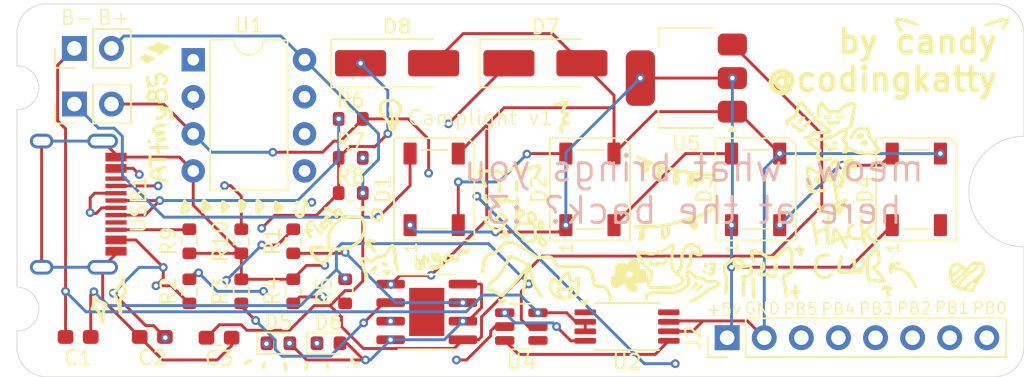
<source format=kicad_pcb>
(kicad_pcb (version 20240108) (generator "pcbnew") (generator_version "8.0")
  (layers (0 "F.Cu" signal) (1 "In1.Cu" signal) (2 "In2.Cu" signal) (31 "B.Cu" signal) (34 "B.Paste" user) (35 "F.Paste" user) (36 "B.SilkS" user "B.Silkscreen") (37 "F.SilkS" user "F.Silkscreen") (38 "B.Mask" user) (39 "F.Mask" user) (44 "Edge.Cuts" user))
  (net 0 "")
  (net 1 "Net-(U4-VCC)")
  (net 2 "Net-(J1-Pin_1)")
  (net 3 "Net-(D5-A)")
  (net 4 "OUT-")
  (net 5 "OUT+")
  (net 6 "+5V")
  (net 7 "Net-(D1-DOUT)")
  (net 8 "Net-(D1-DIN)")
  (net 9 "Net-(D2-DOUT)")
  (net 10 "Net-(D3-DOUT)")
  (net 12 "Net-(D5-K)")
  (net 13 "Net-(D6-K)")
  (net 14 "D+")
  (net 15 "D-")
  (net 16 "Net-(U3-~{CHRG})")
  (net 17 "Net-(U3-PROG)")
  (net 18 "Net-(U4-CS)")
  (net 19 "Net-(J2-Pin_3)")
  (net 20 "Net-(J2-Pin_4)")
  (net 21 "Net-(J2-Pin_5)")
  (net 23 "Net-(U2-G1)")
  (net 24 "Net-(U2-G2)")
  (net 28 "Net-(USB1-CC2)")
  (net 29 "Net-(USB1-CC1)")
  (net 30 "Net-(J2-Pin_6)")
  (net 31 "Net-(J2-Pin_7)")
  (net 32 "Net-(J2-Pin_8)")
  (footprint "LED_SMD:LED_WS2812B_PLCC4_5.0x5.0mm_P3.2mm" (layer "F.Cu") (at 116.84 63.5 90)
    (property "Reference" "D4")
    (property "Value" "WS2812B" (hide yes))
  )
  (footprint "Package_TO_SOT_SMD:SOT-223-3_TabPin2" (layer "F.Cu") (at 101.092 55.88 180)
    (property "Reference" "U5")
    (property "Value" "AMS1117-5.0")
  )
  (footprint "Resistor_SMD:R_0603_1608Metric" (layer "F.Cu") (at 78.105 58.674 180)
    (property "Reference" "R6")
    (property "Value" "22")
  )
  (footprint "LED_SMD:LED_WS2812B_PLCC4_5.0x5.0mm_P3.2mm" (layer "F.Cu") (at 105.833332 63.5 90)
    (property "Reference" "D3")
    (property "Value" "WS2812B")
  )
  (footprint "Diode_SMD:D_SMA_Handsoldering" (layer "F.Cu") (at 91.44 54.864)
    (property "Reference" "D7")
    (property "Value" "3.6 Zener" (hide yes))
  )
  (footprint "Resistor_SMD:R_0603_1608Metric" (layer "F.Cu") (at 70.612 70.485 90)
    (property "Reference" "R3")
    (property "Value" "1.2k")
  )
  (footprint "Diode_SMD:D_SMA_Handsoldering" (layer "F.Cu") (at 81.28 54.864)
    (property "Reference" "D8")
    (property "Value" "3.6 Zener" (hide yes))
  )
  (footprint "Package_SO:TSSOP-8_4.4x3mm_P0.65mm" (layer "F.Cu") (at 97.028 72.898)
    (property "Reference" "U2")
    (property "Value" "FS8205A")
  )
  (footprint "Resistor_SMD:R_0603_1608Metric" (layer "F.Cu") (at 67.056 70.485 90)
    (property "Reference" "R2")
    (property "Value" "1k")
  )
  (footprint "LED_SMD:LED_0603_1608Metric" (layer "F.Cu") (at 73.152 74.041)
    (property "Reference" "D5")
    (property "Value" "LED")
  )
  (footprint "Capacitor_SMD:C_0603_1608Metric_Pad1.08x0.95mm_HandSolder" (layer "F.Cu") (at 69.088 73.66 180)
    (property "Reference" "C3")
    (property "Value" "10uF")
  )
  (footprint "Connector_PinHeader_2.54mm:PinHeader_1x08_P2.54mm_Vertical" (layer "F.Cu") (at 103.886 73.66 90)
    (property "Reference" "J2")
    (property "Value" "Conn_01x08_Pin" (hide yes))
  )
  (footprint "Resistor_SMD:R_0603_1608Metric" (layer "F.Cu") (at 77.724 70.485 90)
    (property "Reference" "R5")
    (property "Value" "100")
  )
  (footprint "Package_SO:SOIC-8-1EP_3.9x4.9mm_P1.27mm_EP2.41x3.3mm" (layer "F.Cu") (at 83.312 71.894)
    (property "Reference" "U3")
    (property "Value" "TP4056")
  )
  (footprint "Connector_PinHeader_2.54mm:PinHeader_1x02_P2.54mm_Vertical" (layer "F.Cu") (at 59.182 57.658 90)
    (property "Reference" "J3" (hide yes))
    (property "Value" "Conn_01x02_Pin" (hide yes))
  )
  (footprint "Capacitor_SMD:C_0603_1608Metric_Pad1.08x0.95mm_HandSolder" (layer "F.Cu") (at 59.436 73.6085 180)
    (property "Reference" "C1")
    (property "Value" "100nF")
  )
  (footprint "LED_SMD:LED_WS2812B_PLCC4_5.0x5.0mm_P3.2mm" (layer "F.Cu") (at 94.488 63.5 90)
    (property "Reference" "D2")
    (property "Value" "WS2812B")
  )
  (footprint "Resistor_SMD:R_0603_1608Metric" (layer "F.Cu") (at 78.105 61.341 180)
    (property "Reference" "R7")
    (property "Value" "22")
  )
  (footprint "Resistor_SMD:R_0603_1608Metric" (layer "F.Cu") (at 78.105 63.754 180)
    (property "Reference" "R8")
    (property "Value" "1.5K")
  )
  (footprint "Connector_PinHeader_2.54mm:PinHeader_1x02_P2.54mm_Vertical" (layer "F.Cu") (at 59.177 53.848 90)
    (property "Reference" "J1" (hide yes))
    (property "Value" "Conn_01x02_Pin" (hide yes))
  )
  (footprint "Capacitor_SMD:C_0603_1608Metric_Pad1.08x0.95mm_HandSolder" (layer "F.Cu") (at 64.516 73.6085 180)
    (property "Reference" "C2")
    (property "Value" "100nF")
  )
  (footprint "LED_SMD:LED_0603_1608Metric" (layer "F.Cu") (at 76.581 74.041)
    (property "Reference" "D6")
    (property "Value" "LED")
  )
  (footprint "Package_DIP:DIP-8_W7.62mm" (layer "F.Cu") (at 67.32 54.62)
    (property "Reference" "U1")
    (property "Value" "ATtiny85-20P")
  )
  (footprint "Resistor_SMD:R_0603_1608Metric" (layer "F.Cu") (at 74.168 67.056 90)
    (property "Reference" "R1")
    (property "Value" "1k")
  )
  (footprint "LED_SMD:LED_WS2812B_PLCC4_5.0x5.0mm_P3.2mm" (layer "F.Cu") (at 83.82 63.5 90)
    (property "Reference" "D1")
    (property "Value" "WS2812B")
  )
  (footprint "Resistor_SMD:R_0603_1608Metric" (layer "F.Cu") (at 67.056 67.056 90)
    (property "Reference" "R9")
    (property "Value" "5.1k")
  )
  (footprint "Resistor_SMD:R_0603_1608Metric" (layer "F.Cu") (at 74.168 70.485 90)
    (property "Reference" "R4")
    (property "Value" "1k")
  )
  (footprint "USB-C:HRO-TYPE-C-31-M-12" (layer "F.Cu") (at 54.335 64.516 -90)
    (property "Reference" "USB1")
    (property "Value" "HRO-TYPE-C-31-M-12" (hide yes))
  )
  (footprint "Package_TO_SOT_SMD:SOT-23-6" (layer "F.Cu") (at 89.789 72.898)
    (property "Reference" "U4")
    (property "Value" "DW01A")
  )
  (footprint "Resistor_SMD:R_0603_1608Metric" (layer "F.Cu") (at 70.612 67.056 90)
    (property "Reference" "R10")
    (property "Value" "5.1k")
  )
  (gr_poly (pts (xy 73.729584 75.357167) (xy 73.788719 75.810531) (xy 73.769007 75.928801) (xy 73.709873 75.968223) (xy 73.611315 75.948511) (xy 73.552181 75.849954) (xy 73.532469 75.711974) (xy 73.532469 75.357167) (xy 73.571893 75.317746) (xy 73.690161 75.317746)) (stroke (width -0.000001)) (fill solid) (layer "F.SilkS"))
  (gr_poly (pts (xy 91.154512 65.599996) (xy 91.312204 65.678842) (xy 91.391049 65.816822) (xy 91.391049 66.05336) (xy 91.331916 66.230764) (xy 91.253069 66.289898) (xy 91.095377 66.270186) (xy 90.957397 66.151918) (xy 90.917976 66.03365) (xy 90.917976 65.895668) (xy 91.115089 65.895668) (xy 91.154512 66.03365) (xy 91.174224 66.03365) (xy 91.174224 65.856246) (xy 91.1348 65.836534) (xy 91.115089 65.895668) (xy 90.917976 65.895668) (xy 90.917976 65.757688) (xy 90.977109 65.619708) (xy 91.016532 65.580286)) (stroke (width -0.000001)) (fill solid) (layer "F.SilkS"))
  (gr_poly (pts (xy 76.489189 64.712981) (xy 76.80457 64.890384) (xy 76.922841 64.96923) (xy 77.001686 64.850962) (xy 77.179089 64.772116) (xy 77.356493 64.791827) (xy 77.455049 64.850962) (xy 77.533896 64.96923) (xy 77.632453 65.284614) (xy 77.632453 65.343748) (xy 78.14495 65.264902) (xy 78.53918 65.264902) (xy 78.854564 65.324036) (xy 78.992544 65.422594) (xy 79.071389 65.580286) (xy 79.130524 65.856246) (xy 79.130524 66.388456) (xy 79.071389 66.605281) (xy 78.893985 66.979799) (xy 78.756005 67.157202) (xy 78.53918 67.314894) (xy 78.223797 67.512008) (xy 78.026681 67.630277) (xy 77.829568 67.6697) (xy 77.573318 67.689411) (xy 76.863706 67.689411) (xy 76.863706 67.827391) (xy 76.745437 68.103351) (xy 76.52861 68.438447) (xy 76.351209 68.635561) (xy 76.25265 68.674985) (xy 76.075247 68.674985) (xy 75.897845 68.537005) (xy 75.621885 68.300467) (xy 75.42477 68.063929) (xy 75.306501 67.827391) (xy 75.267078 67.6697) (xy 75.267078 67.452874) (xy 75.345923 67.354317) (xy 75.70073 67.354317) (xy 76.311785 67.393739) (xy 76.39063 67.472585) (xy 76.370918 67.571143) (xy 76.331497 67.610565) (xy 76.016114 67.610565) (xy 75.483903 67.571143) (xy 75.56275 67.827391) (xy 75.70073 68.044217) (xy 75.917557 68.261043) (xy 76.134382 68.438447) (xy 76.25265 68.418735) (xy 76.449765 68.142775) (xy 76.607457 67.847103) (xy 76.66659 67.630277) (xy 76.66659 67.551431) (xy 76.607457 67.590854) (xy 76.508901 67.571143) (xy 76.469477 67.53172) (xy 76.449765 67.393739) (xy 76.449765 66.920665) (xy 76.452581 66.900953) (xy 76.66659 66.900953) (xy 76.66659 67.433163) (xy 76.706014 67.492297) (xy 76.843994 67.472585) (xy 77.593029 67.472585) (xy 77.928125 67.433163) (xy 78.105528 67.334605) (xy 78.381489 67.157202) (xy 78.578602 67.019222) (xy 78.696872 66.881242) (xy 78.834852 66.605281) (xy 78.913697 66.388456) (xy 78.933409 66.05336) (xy 78.874273 65.678842) (xy 78.81514 65.560574) (xy 78.696872 65.50144) (xy 78.53918 65.481728) (xy 78.14495 65.481728) (xy 77.750721 65.540862) (xy 77.494473 65.619708) (xy 77.376205 65.698554) (xy 77.139666 65.935092) (xy 76.922841 66.211052) (xy 76.80457 66.408166) (xy 76.706014 66.664416) (xy 76.66659 66.900953) (xy 76.452581 66.900953) (xy 76.489189 66.644704) (xy 76.587746 66.349032) (xy 76.745437 66.073072) (xy 77.001686 65.7774) (xy 77.179089 65.580286) (xy 77.356493 65.442306) (xy 77.435338 65.402882) (xy 77.376205 65.24519) (xy 77.297358 65.028364) (xy 77.159378 65.008653) (xy 77.238225 65.264902) (xy 77.238225 65.422594) (xy 77.198801 65.462016) (xy 77.080533 65.462016) (xy 77.001686 65.38317) (xy 76.922841 65.264902) (xy 76.706014 65.10721) (xy 76.39063 64.929808) (xy 76.292074 64.850962) (xy 76.292074 64.752404) (xy 76.351209 64.69327)) (stroke (width -0.000001)) (fill solid) (layer "F.SilkS"))
  (gr_poly (pts (xy 89.577596 63.963946) (xy 89.676153 64.082215) (xy 89.656441 64.259618) (xy 89.577596 64.417309) (xy 89.518461 64.456732) (xy 89.419904 64.476444) (xy 89.143944 64.476444) (xy 88.966541 64.437021) (xy 88.808849 64.318752) (xy 88.710292 64.437021) (xy 88.513177 64.496155) (xy 88.29635 64.476444) (xy 88.118949 64.377887) (xy 88.059813 64.279329) (xy 88.040102 64.180772) (xy 88.040102 64.042792) (xy 88.079525 63.983657) (xy 88.217505 63.983657) (xy 88.256929 64.042792) (xy 88.29635 64.220195) (xy 88.394909 64.259618) (xy 88.572312 64.239906) (xy 88.670869 64.082215) (xy 88.749714 63.983657) (xy 88.867984 64.003369) (xy 89.025676 64.200483) (xy 89.143944 64.239906) (xy 89.400193 64.239906) (xy 89.439616 64.141349) (xy 89.400193 64.082215) (xy 89.419904 63.983657) (xy 89.479037 63.944235)) (stroke (width -0.000001)) (fill solid) (layer "F.SilkS"))
  (gr_poly (pts (xy 121.431309 68.517293) (xy 121.490445 68.635561) (xy 121.529868 68.891811) (xy 121.529868 69.266328) (xy 121.411598 69.443731) (xy 121.155349 69.778825) (xy 121.037083 69.936517) (xy 120.918813 70.192768) (xy 120.800542 70.508149) (xy 120.761123 70.527861) (xy 120.465451 70.508149) (xy 119.893819 70.429304) (xy 119.617855 70.330748) (xy 119.486446 70.251901) (xy 120.307757 70.251901) (xy 120.307757 70.271612) (xy 120.642853 70.311036) (xy 120.800542 69.916805) (xy 120.780835 69.877384) (xy 120.465451 70.133632) (xy 120.307757 70.251901) (xy 119.486446 70.251901) (xy 119.420742 70.212477) (xy 119.371464 70.173056) (xy 119.795261 70.173056) (xy 119.972662 70.212477) (xy 120.248622 70.035076) (xy 120.50487 69.83796) (xy 120.780835 69.601423) (xy 121.037083 69.404308) (xy 121.313043 69.167771) (xy 121.313043 68.891811) (xy 121.27362 68.674985) (xy 121.115926 68.674985) (xy 121.135638 68.812965) (xy 121.115926 68.852387) (xy 121.037083 68.891811) (xy 120.938524 69.029791) (xy 120.7217 69.207193) (xy 120.465451 69.404308) (xy 120.288045 69.542288) (xy 120.071221 69.778825) (xy 119.814972 70.11392) (xy 119.795261 70.173056) (xy 119.371464 70.173056) (xy 119.322183 70.133632) (xy 119.215744 69.956229) (xy 119.460165 69.956229) (xy 119.578436 70.054785) (xy 119.637566 70.035076) (xy 119.814972 69.778825) (xy 120.031797 69.522577) (xy 120.130356 69.384597) (xy 120.090932 69.384597) (xy 119.913527 69.562) (xy 119.696702 69.739403) (xy 119.499589 69.916805) (xy 119.460165 69.956229) (xy 119.215744 69.956229) (xy 119.203917 69.936517) (xy 119.105358 69.562) (xy 119.341895 69.562) (xy 119.361606 69.719692) (xy 119.440453 69.69998) (xy 119.67699 69.483154) (xy 119.821543 69.364885) (xy 120.150068 69.364885) (xy 120.22891 69.325463) (xy 120.386604 69.207193) (xy 120.347181 69.187482) (xy 120.386604 69.187482) (xy 120.465451 69.148059) (xy 120.642853 69.010079) (xy 120.839966 68.832676) (xy 120.938524 68.714407) (xy 120.977948 68.674985) (xy 120.800542 68.674985) (xy 120.662564 68.734119) (xy 120.583717 68.832676) (xy 120.426028 69.128348) (xy 120.386604 69.187482) (xy 120.347181 69.187482) (xy 120.248622 69.246617) (xy 120.150068 69.364885) (xy 119.821543 69.364885) (xy 119.893819 69.305751) (xy 120.090932 69.108637) (xy 120.071221 69.029791) (xy 119.992374 68.950945) (xy 119.972662 68.950945) (xy 119.795261 69.148059) (xy 119.578436 69.325463) (xy 119.341895 69.562) (xy 119.105358 69.562) (xy 119.065934 69.187482) (xy 119.073326 69.128348) (xy 119.282764 69.128348) (xy 119.282764 69.266328) (xy 119.341895 69.266328) (xy 119.578436 69.049502) (xy 119.736125 68.911521) (xy 119.834684 68.793253) (xy 119.736125 68.734119) (xy 119.539012 68.734119) (xy 119.361606 68.852387) (xy 119.322183 68.891811) (xy 119.282764 69.128348) (xy 119.073326 69.128348) (xy 119.105358 68.872099) (xy 119.184205 68.714407) (xy 119.341895 68.596139) (xy 119.499589 68.517293) (xy 119.755837 68.517293) (xy 119.95295 68.596139) (xy 120.110644 68.734119) (xy 120.248622 68.891811) (xy 120.327469 68.891811) (xy 120.366892 68.773541) (xy 120.485163 68.596139) (xy 120.623141 68.497581) (xy 120.780835 68.458159) (xy 121.332755 68.458159)) (stroke (width -0.000001)) (fill solid) (layer "F.SilkS"))
  (gr_poly (pts (xy 111.063082 62.564433) (xy 111.122217 62.662989) (xy 111.122217 62.860105) (xy 111.063082 62.958661) (xy 111.003951 63.017795) (xy 110.826545 63.037507) (xy 110.708279 62.958661) (xy 110.629432 62.860105) (xy 110.629432 62.80097) (xy 110.846257 62.80097) (xy 110.905392 62.820681) (xy 110.885681 62.761547) (xy 110.846257 62.80097) (xy 110.629432 62.80097) (xy 110.629432 62.643279) (xy 110.727991 62.564433) (xy 110.76741 62.485587) (xy 110.806834 62.465875) (xy 110.925104 62.465875)) (stroke (width -0.000001)) (fill solid) (layer "F.SilkS"))
  (gr_poly (pts (xy 114.295765 67.590854) (xy 114.354896 67.886526) (xy 114.39432 68.241333) (xy 114.374608 68.497581) (xy 114.295765 68.674985) (xy 114.197207 68.773541) (xy 114.039513 68.891811) (xy 114.23663 69.049502) (xy 114.39432 69.207193) (xy 114.650568 69.562) (xy 114.768839 69.778825) (xy 114.749127 69.897096) (xy 114.650568 69.956229) (xy 114.453455 69.936517) (xy 113.96067 69.83796) (xy 113.68471 69.818249) (xy 113.664998 69.83796) (xy 113.546728 69.83796) (xy 113.467881 69.739403) (xy 113.40875 69.42402) (xy 113.389038 69.266328) (xy 113.389038 68.339889) (xy 113.605863 68.339889) (xy 113.605863 69.266328) (xy 113.664998 69.601423) (xy 114.078936 69.640846) (xy 114.39432 69.69998) (xy 114.453455 69.69998) (xy 114.414031 69.601423) (xy 114.216918 69.345174) (xy 114.078936 69.187482) (xy 113.901535 69.049502) (xy 113.783264 68.950945) (xy 113.743841 68.872099) (xy 113.763552 68.773541) (xy 114.059224 68.61585) (xy 114.138071 68.517293) (xy 114.177495 68.359601) (xy 114.157783 68.044217) (xy 114.11836 67.768257) (xy 114.098648 67.768257) (xy 113.921247 67.906237) (xy 113.743841 68.103351) (xy 113.605863 68.339889) (xy 113.389038 68.339889) (xy 113.389038 68.162487) (xy 113.467881 68.063929) (xy 113.546728 68.024507) (xy 113.704422 67.80768) (xy 113.881823 67.649989) (xy 114.078936 67.53172) (xy 114.23663 67.53172)) (stroke (width -0.000001)) (fill solid) (layer "F.SilkS"))
  (gr_poly (pts (xy 89.952113 64.890384) (xy 90.011248 64.949519) (xy 90.03096 65.008653) (xy 90.03096 65.264902) (xy 89.971825 65.36346) (xy 89.774709 65.481728) (xy 89.597308 65.50144) (xy 89.577596 65.521152) (xy 89.459328 65.521152) (xy 89.400193 65.422594) (xy 89.341057 65.126922) (xy 89.341057 65.048076) (xy 89.557884 65.048076) (xy 89.597308 65.304325) (xy 89.774709 65.22548) (xy 89.814133 65.205768) (xy 89.833845 65.126922) (xy 89.814133 65.067788) (xy 89.735288 65.048076) (xy 89.557884 65.048076) (xy 89.341057 65.048076) (xy 89.341057 64.949519) (xy 89.439616 64.850962) (xy 89.479037 64.83125) (xy 89.755 64.83125)) (stroke (width -0.000001)) (fill solid) (layer "F.SilkS"))
  (gr_poly (pts (xy 75.681018 65.895668) (xy 75.720442 65.954804) (xy 75.70073 66.05336) (xy 75.818998 66.092784) (xy 75.956978 66.230764) (xy 76.11467 66.368744) (xy 76.193517 66.44759) (xy 76.193517 66.546147) (xy 76.134382 66.605281) (xy 76.035825 66.605281) (xy 75.779575 66.368744) (xy 75.621885 66.230764) (xy 75.641595 66.092784) (xy 75.503615 66.073072) (xy 75.483903 66.03365) (xy 75.483903 65.91538) (xy 75.56275 65.856246)) (stroke (width -0.000001)) (fill solid) (layer "F.SilkS"))
  (gr_poly (pts (xy 91.213647 66.644704) (xy 91.450184 66.881242) (xy 91.529031 67.019222) (xy 91.548741 67.117779) (xy 91.548741 67.295182) (xy 91.489608 67.413451) (xy 91.331916 67.452874) (xy 91.154512 67.433163) (xy 91.036244 67.354317) (xy 90.937687 67.196625) (xy 90.878552 66.960088) (xy 90.878552 66.881242) (xy 91.095377 66.881242) (xy 91.115089 67.038933) (xy 91.193936 67.216337) (xy 91.331916 67.236048) (xy 91.331916 67.117779) (xy 91.213647 66.940376) (xy 91.154512 66.881242) (xy 91.095377 66.881242) (xy 90.878552 66.881242) (xy 90.878552 66.782684) (xy 90.977109 66.684127) (xy 91.075667 66.624993)) (stroke (width -0.000001)) (fill solid) (layer "F.SilkS"))
  (gr_poly (pts (xy 110.964528 67.945661) (xy 110.964528 68.044217) (xy 110.905392 68.103351) (xy 110.452031 68.142775) (xy 110.254913 68.221621) (xy 110.21549 68.221621) (xy 110.176066 68.320179) (xy 110.097224 68.556715) (xy 110.0578 68.793253) (xy 110.0578 69.128348) (xy 110.176066 69.286039) (xy 110.333761 69.384597) (xy 110.471738 69.42402) (xy 110.649144 69.42402) (xy 110.826545 69.345174) (xy 110.98424 69.246617) (xy 111.102506 69.246617) (xy 111.161641 69.325463) (xy 111.122217 69.42402) (xy 110.925104 69.562) (xy 110.747703 69.640846) (xy 110.649144 69.660557) (xy 110.452031 69.660557) (xy 110.254913 69.601423) (xy 110.0578 69.483154) (xy 109.900106 69.325463) (xy 109.821264 69.148059) (xy 109.821264 68.812965) (xy 109.880395 68.438447) (xy 109.978953 68.182197) (xy 110.116936 68.024507) (xy 110.353472 67.925949) (xy 110.590009 67.886526) (xy 110.905392 67.886526)) (stroke (width -0.000001)) (fill solid) (layer "F.SilkS"))
  (gr_poly (pts (xy 84.965115 67.965371) (xy 85.122806 67.945661) (xy 85.181942 68.004795) (xy 85.201651 68.221621) (xy 85.30021 68.221621) (xy 85.398766 68.103351) (xy 85.517035 68.103351) (xy 85.556458 68.142775) (xy 85.556458 68.261043) (xy 85.457902 68.399023) (xy 85.319922 68.458159) (xy 85.16223 68.438447) (xy 85.043962 68.379313) (xy 84.925691 68.477869) (xy 84.74829 68.537005) (xy 84.570886 68.517293) (xy 84.472327 68.458159) (xy 84.452618 68.418735) (xy 84.452618 68.320179) (xy 84.669443 68.320179) (xy 84.787711 68.300467) (xy 84.925691 68.182197) (xy 84.846846 68.142775) (xy 84.767999 68.083641) (xy 84.728578 68.083641) (xy 84.669443 68.320179) (xy 84.452618 68.320179) (xy 84.452618 68.261043) (xy 84.531463 68.004795) (xy 84.630019 67.886526) (xy 84.669443 67.866815) (xy 84.807423 67.866815)) (stroke (width -0.000001)) (fill solid) (layer "F.SilkS"))
  (gr_poly (pts (xy 89.577596 62.879815) (xy 89.557884 63.569717) (xy 89.498749 63.628851) (xy 89.400193 63.628851) (xy 89.341057 63.550005) (xy 89.341057 62.958661) (xy 89.380481 62.860105) (xy 89.419904 62.820681) (xy 89.518461 62.820681)) (stroke (width -0.000001)) (fill solid) (layer "F.SilkS"))
  (gr_poly (pts (xy 84.038675 68.280755) (xy 84.097811 68.300467) (xy 84.117522 68.123063) (xy 84.156946 68.044217) (xy 84.275214 68.024507) (xy 84.354059 68.083641) (xy 84.393483 68.280755) (xy 84.452618 68.497581) (xy 84.452618 68.734119) (xy 84.334347 68.872099) (xy 84.137234 68.950945) (xy 83.802139 68.950945) (xy 83.683871 68.891811) (xy 83.585312 68.793253) (xy 83.605023 68.674985) (xy 83.624735 68.655273) (xy 83.762715 68.655273) (xy 83.841562 68.714407) (xy 84.117522 68.714407) (xy 84.235791 68.674985) (xy 84.216079 68.517293) (xy 84.038675 68.537005) (xy 83.861274 68.438447) (xy 83.605023 68.182197) (xy 83.624735 68.063929) (xy 83.664159 68.024507) (xy 83.762715 68.024507)) (stroke (width -0.000001)) (fill solid) (layer "F.SilkS"))
  (gr_poly (pts (xy 108.914536 67.334605) (xy 108.95396 67.374028) (xy 108.95396 67.512008) (xy 109.091938 67.512008) (xy 109.170785 67.551431) (xy 109.190497 67.630277) (xy 109.131361 67.728835) (xy 108.993383 67.728835) (xy 109.032802 67.925949) (xy 109.013091 68.063929) (xy 108.95396 68.103351) (xy 108.855401 68.083641) (xy 108.815978 68.044217) (xy 108.776554 67.827391) (xy 108.776554 67.728835) (xy 108.540017 67.728835) (xy 108.480882 67.6697) (xy 108.480882 67.571143) (xy 108.559729 67.512008) (xy 108.737131 67.492297) (xy 108.756842 67.354317) (xy 108.815978 67.314894)) (stroke (width -0.000001)) (fill solid) (layer "F.SilkS"))
  (gr_poly (pts (xy 101.897258 69.818249) (xy 101.91697 69.936517) (xy 101.739564 70.212477) (xy 101.621298 70.370169) (xy 101.483316 70.389881) (xy 101.424181 70.330748) (xy 101.424181 70.232189) (xy 101.581875 70.035076) (xy 101.700141 69.83796) (xy 101.778988 69.778825)) (stroke (width -0.000001)) (fill solid) (layer "F.SilkS"))
  (gr_poly (pts (xy 80.116096 64.850962) (xy 80.214653 64.949519) (xy 80.313212 65.10721) (xy 80.352633 65.264902) (xy 80.352633 65.580286) (xy 80.273788 65.698554) (xy 80.116096 65.737978) (xy 79.918981 65.737978) (xy 79.702156 65.678842) (xy 79.544464 65.540862) (xy 79.445908 65.462016) (xy 79.386772 65.324036) (xy 79.386772 65.205768) (xy 79.603597 65.205768) (xy 79.603597 65.304325) (xy 79.800713 65.481728) (xy 79.918981 65.521152) (xy 80.096384 65.521152) (xy 80.135808 65.50144) (xy 80.135808 65.284614) (xy 80.076673 65.126922) (xy 79.978116 65.028364) (xy 79.800713 65.008653) (xy 79.682444 65.048076) (xy 79.603597 65.205768) (xy 79.386772 65.205768) (xy 79.386772 65.186056) (xy 79.465617 64.96923) (xy 79.623309 64.791827) (xy 79.918981 64.791827)) (stroke (width -0.000001)) (fill solid) (layer "F.SilkS"))
  (gr_poly (pts (xy 70.871423 64.318752) (xy 71.009403 64.456732) (xy 71.029114 64.496155) (xy 71.029114 64.614424) (xy 70.792577 64.949519) (xy 70.713732 65.048076) (xy 70.634886 65.10721) (xy 70.516616 65.10721) (xy 70.477194 65.067788) (xy 70.398348 64.594713) (xy 70.398348 64.259618) (xy 70.477194 64.180772) (xy 70.654596 64.180772)) (stroke (width -0.000001)) (fill solid) (layer "F.SilkS"))
  (gr_poly (pts (xy 89.419904 68.083641) (xy 89.755 68.261043) (xy 90.03096 68.379313) (xy 90.228073 68.517293) (xy 90.425188 68.556715) (xy 90.484324 68.655273) (xy 90.543457 69.088925) (xy 90.661725 69.621134) (xy 90.779996 69.97594) (xy 90.937687 70.291324) (xy 91.1348 70.606708) (xy 91.27278 70.7644) (xy 91.27278 70.882668) (xy 91.233359 70.922091) (xy 91.115089 70.922091) (xy 90.937687 70.744688) (xy 90.642015 70.251901) (xy 90.484324 69.857672) (xy 90.346344 69.305751) (xy 90.30692 69.108637) (xy 90.267497 69.226905) (xy 90.16894 69.680269) (xy 90.090093 70.212477) (xy 90.050672 70.705264) (xy 89.991536 70.7644) (xy 89.873268 70.744688) (xy 89.833845 70.685552) (xy 89.833845 70.449016) (xy 89.89298 69.916805) (xy 89.991536 69.364885) (xy 90.011248 69.246617) (xy 89.794421 69.522577) (xy 89.538173 69.83796) (xy 89.301636 70.11392) (xy 88.867984 70.547572) (xy 88.710292 70.685552) (xy 88.572312 70.843244) (xy 88.493465 70.882668) (xy 88.375197 70.862956) (xy 87.685297 70.508149) (xy 87.389625 70.370169) (xy 87.350201 70.330748) (xy 87.369913 70.192768) (xy 87.507893 70.173056) (xy 88.079525 70.449016) (xy 88.414621 70.626419) (xy 88.493465 70.586996) (xy 88.631445 70.429304) (xy 88.848272 70.251901) (xy 89.025676 70.074497) (xy 89.163656 69.916805) (xy 89.360769 69.69998) (xy 89.577596 69.42402) (xy 89.794421 69.148059) (xy 90.050672 68.832676) (xy 90.109805 68.753831) (xy 90.090093 68.694695) (xy 89.814133 68.537005) (xy 89.360769 68.320179) (xy 89.143944 68.241333) (xy 89.045386 68.241333) (xy 88.867984 68.635561) (xy 88.651157 69.049502) (xy 88.473754 69.305751) (xy 88.237217 69.581711) (xy 87.902122 69.897096) (xy 87.685297 70.074497) (xy 87.60645 70.133632) (xy 87.507893 70.133632) (xy 87.448758 70.074497) (xy 87.46847 69.956229) (xy 87.665585 69.778825) (xy 87.823277 69.640846) (xy 88.02039 69.463443) (xy 88.197793 69.286039) (xy 88.414621 68.990367) (xy 88.651157 68.556715) (xy 88.828561 68.142775) (xy 88.907405 68.044217) (xy 89.005964 68.004795) (xy 89.163656 68.004795)) (stroke (width -0.000001)) (fill solid) (layer "F.SilkS"))
  (gr_poly (pts (xy 76.784861 65.284614) (xy 76.745437 65.402882) (xy 76.508901 65.50144) (xy 76.489189 65.521152) (xy 76.765149 65.580286) (xy 76.843994 65.678842) (xy 76.843994 65.856246) (xy 76.765149 65.954804) (xy 76.725726 65.974514) (xy 76.548322 65.974514) (xy 76.52861 66.112494) (xy 76.449765 66.19134) (xy 76.351209 66.30961) (xy 76.232938 66.289898) (xy 76.055537 66.17163) (xy 75.956978 66.013938) (xy 75.956978 65.935092) (xy 76.173805 65.935092) (xy 76.232938 66.03365) (xy 76.292074 66.03365) (xy 76.370918 65.954804) (xy 76.489189 65.91538) (xy 76.52861 65.797112) (xy 76.568034 65.757688) (xy 76.410342 65.737978) (xy 76.370918 65.875958) (xy 76.173805 65.935092) (xy 75.956978 65.935092) (xy 75.956978 65.875958) (xy 76.035825 65.757688) (xy 76.094958 65.718266) (xy 76.272362 65.678842) (xy 76.272362 65.63942) (xy 76.25265 65.481728) (xy 76.311785 65.36346) (xy 76.469477 65.264902) (xy 76.607457 65.205768) (xy 76.725726 65.205768)) (stroke (width -0.000001)) (fill solid) (layer "F.SilkS"))
  (gr_poly (pts (xy 65.371926 57.833683) (xy 65.667598 57.873106) (xy 65.805578 57.971663) (xy 65.904136 58.168778) (xy 65.943558 58.365892) (xy 65.943558 58.74041) (xy 65.864712 58.819256) (xy 65.766156 58.799544) (xy 65.726732 58.760121) (xy 65.707021 58.365892) (xy 65.647886 58.168778) (xy 65.569041 58.089932) (xy 65.43106 58.07022) (xy 65.450772 58.168778) (xy 65.450772 58.385604) (xy 65.371926 58.543295) (xy 65.233946 58.661564) (xy 64.938274 58.760121) (xy 64.74116 58.779833) (xy 64.682026 58.74041) (xy 64.682026 58.60243) (xy 64.820006 58.543295) (xy 65.095966 58.46445) (xy 65.194524 58.405315) (xy 65.214234 58.365892) (xy 65.214234 58.168778) (xy 65.1551 58.050509) (xy 64.820006 58.011086) (xy 64.74116 57.971663) (xy 64.721448 57.853394) (xy 64.760871 57.79426) (xy 65.115678 57.79426)) (stroke (width -0.000001)) (fill solid) (layer "F.SilkS"))
  (gr_poly (pts (xy 62.592611 69.463443) (xy 62.671457 69.601423) (xy 62.651745 69.719692) (xy 62.632034 69.857672) (xy 62.730591 70.311036) (xy 62.829148 70.567284) (xy 62.770014 70.665841) (xy 62.592611 70.7644) (xy 62.494053 70.922091) (xy 62.415208 71.17834) (xy 62.415208 71.533145) (xy 62.454631 71.809107) (xy 62.454631 72.025932) (xy 62.395496 72.085067) (xy 62.257516 72.065355) (xy 62.198382 71.927375) (xy 62.139247 71.671127) (xy 62.099824 71.395165) (xy 61.922421 70.922091) (xy 61.804152 70.744688) (xy 61.626749 70.646129) (xy 61.616894 70.606708) (xy 61.981555 70.606708) (xy 62.119536 70.823533) (xy 62.198382 71.04036) (xy 62.237804 71.000936) (xy 62.336362 70.7644) (xy 62.454631 70.586996) (xy 62.553188 70.527861) (xy 62.533476 70.389881) (xy 62.454631 70.094209) (xy 62.415208 70.074497) (xy 62.257516 70.311036) (xy 62.080113 70.508149) (xy 61.981555 70.606708) (xy 61.616894 70.606708) (xy 61.607038 70.567284) (xy 61.646461 70.488439) (xy 61.863287 70.409592) (xy 62.001267 70.291324) (xy 62.198382 70.015364) (xy 62.375785 69.719692) (xy 62.395496 69.522577) (xy 62.494053 69.42402)) (stroke (width -0.000001)) (fill solid) (layer "F.SilkS"))
  (gr_poly (pts (xy 107.317906 68.537005) (xy 107.377042 68.635561) (xy 107.377042 69.010079) (xy 107.317906 69.148059) (xy 107.239059 69.207193) (xy 107.140505 69.187482) (xy 107.061658 69.088925) (xy 107.041946 69.010079) (xy 107.041946 68.812965) (xy 107.120793 68.596139) (xy 107.219352 68.517293)) (stroke (width -0.000001)) (fill solid) (layer "F.SilkS"))
  (gr_poly (pts (xy 112.462599 61.3029) (xy 112.561153 61.381745) (xy 112.600577 61.539437) (xy 112.580865 61.677417) (xy 112.758271 61.795686) (xy 112.777983 61.835109) (xy 112.777983 62.012512) (xy 112.679424 62.111069) (xy 112.561153 62.150492) (xy 112.36404 62.150492) (xy 112.324617 62.229338) (xy 112.285193 62.387029) (xy 112.226062 62.781259) (xy 112.166927 62.840393) (xy 112.068368 62.840393) (xy 111.871255 62.643279) (xy 111.772696 62.426453) (xy 111.733273 62.189915) (xy 111.713561 62.170203) (xy 111.713561 61.9928) (xy 111.772696 61.756263) (xy 111.890967 61.539437) (xy 112.068368 61.381745) (xy 112.304905 61.283188)) (stroke (width -0.000001)) (fill solid) (layer "F.SilkS"))
  (gr_poly (pts (xy 108.224634 67.374028) (xy 108.264057 67.413451) (xy 108.342904 67.6697) (xy 108.40204 67.80768) (xy 108.441459 68.044217) (xy 108.441459 68.497581) (xy 108.382328 68.596139) (xy 108.441459 69.049502) (xy 108.421747 69.246617) (xy 108.342904 69.305751) (xy 108.18521 69.286039) (xy 108.145787 69.42402) (xy 108.086656 69.463443) (xy 107.850115 69.502865) (xy 107.968386 70.11392) (xy 108.027521 70.488439) (xy 108.027521 70.823533) (xy 107.968386 70.882668) (xy 107.850115 70.862956) (xy 107.810696 70.803821) (xy 107.790984 70.488439) (xy 107.63329 69.601423) (xy 107.613578 69.522577) (xy 107.613578 69.364885) (xy 107.672714 69.286039) (xy 107.751561 69.266328) (xy 107.968386 69.266328) (xy 108.027521 69.088925) (xy 108.066944 69.049502) (xy 108.204922 69.049502) (xy 108.165499 68.773541) (xy 108.165499 68.596139) (xy 108.204922 68.438447) (xy 108.204922 68.044217) (xy 108.145787 67.80768) (xy 108.086656 67.610565) (xy 107.869827 67.728835) (xy 107.554443 67.965371) (xy 107.298195 68.300467) (xy 106.588585 68.280755) (xy 106.411179 68.123063) (xy 106.174642 67.985083) (xy 105.7607 67.827391) (xy 105.681858 67.80768) (xy 105.721281 68.123063) (xy 105.800124 68.458159) (xy 105.740993 68.537005) (xy 105.622722 68.537005) (xy 105.563587 68.458159) (xy 105.48474 68.142775) (xy 105.445321 67.906237) (xy 105.445321 67.709123) (xy 105.504452 67.590854) (xy 105.543875 67.571143) (xy 105.701569 67.571143) (xy 106.016953 67.6697) (xy 106.332337 67.80768) (xy 106.608297 67.985083) (xy 106.667427 68.044217) (xy 107.179929 68.063929) (xy 107.396754 67.80768) (xy 107.574155 67.649989) (xy 107.850115 67.472585) (xy 108.106368 67.354317)) (stroke (width -0.000001)) (fill solid) (layer "F.SilkS"))
  (gr_poly (pts (xy 111.950098 58.503873) (xy 111.93039 58.622141) (xy 111.910679 58.641853) (xy 111.339047 58.641853) (xy 111.299623 58.60243) (xy 111.299623 58.484161) (xy 111.339047 58.444738) (xy 111.910679 58.444738)) (stroke (width -0.000001)) (fill solid) (layer "F.SilkS"))
  (gr_poly (pts (xy 99.788132 68.142775) (xy 99.807844 68.182197) (xy 99.807844 68.399023) (xy 99.709285 68.576427) (xy 99.610726 68.694695) (xy 99.551595 68.714407) (xy 99.177076 68.714407) (xy 99.078517 68.793253) (xy 98.802557 68.793253) (xy 98.585733 68.714407) (xy 98.506886 68.635561) (xy 98.506886 68.399023) (xy 98.605444 68.320179) (xy 98.703999 68.359601) (xy 98.72371 68.379313) (xy 98.72371 68.517293) (xy 98.822269 68.556715) (xy 98.99967 68.576427) (xy 98.99967 68.418735) (xy 99.058806 68.359601) (xy 99.196788 68.379313) (xy 99.275631 68.477869) (xy 99.393901 68.497581) (xy 99.512172 68.458159) (xy 99.571302 68.359601) (xy 99.610726 68.162487) (xy 99.669861 68.123063)) (stroke (width -0.000001)) (fill solid) (layer "F.SilkS"))
  (gr_poly (pts (xy 64.287796 54.344755) (xy 64.563756 54.403889) (xy 64.682026 54.502446) (xy 64.682026 54.620715) (xy 64.62289 54.67985) (xy 64.406065 54.719273) (xy 64.248373 54.857253) (xy 64.110393 54.876964) (xy 63.814721 54.67985) (xy 63.716164 54.601004) (xy 63.657029 54.502446) (xy 63.657029 54.463023) (xy 63.873855 54.28562) (xy 63.952701 54.226486) (xy 64.07097 54.226486)) (stroke (width -0.000001)) (fill solid) (layer "F.SilkS"))
  (gr_poly (pts (xy 104.893396 68.221621) (xy 104.952531 68.339889) (xy 105.070802 68.537005) (xy 105.129937 68.61585) (xy 105.129937 68.655273) (xy 105.228492 68.635561) (xy 105.48474 68.635561) (xy 105.583299 68.734119) (xy 105.642434 68.891811) (xy 105.662146 68.990367) (xy 105.662146 69.207193) (xy 105.583299 69.384597) (xy 105.445321 69.502865) (xy 105.287627 69.562) (xy 105.228492 69.562) (xy 105.169356 69.739403) (xy 105.129937 69.877384) (xy 105.110226 70.133632) (xy 105.090514 70.862956) (xy 105.031379 70.922091) (xy 104.913108 70.90238) (xy 104.873684 70.823533) (xy 104.893396 69.877384) (xy 104.952531 69.640846) (xy 104.972243 69.601423) (xy 104.834265 69.581711) (xy 104.814554 69.562) (xy 104.814554 69.42402) (xy 104.853977 69.384597) (xy 105.189068 69.345174) (xy 105.386186 69.266328) (xy 105.425609 69.187482) (xy 105.425609 68.990367) (xy 105.405897 68.852387) (xy 104.991955 68.891811) (xy 104.77513 68.970656) (xy 104.518882 69.088925) (xy 104.420323 69.049502) (xy 104.400611 69.029791) (xy 104.400611 68.911521) (xy 104.440035 68.852387) (xy 104.361188 68.832676) (xy 104.262633 68.674985) (xy 104.242922 68.556715) (xy 104.282341 68.477869) (xy 104.380899 68.438447) (xy 104.49917 68.458159) (xy 104.617436 68.596139) (xy 104.637148 68.635561) (xy 104.637148 68.773541) (xy 104.873684 68.674985) (xy 104.755418 68.458159) (xy 104.637148 68.399023) (xy 104.637148 68.359601) (xy 104.321764 68.418735) (xy 104.065516 68.576427) (xy 103.888115 68.753831) (xy 103.828979 68.852387) (xy 103.828979 69.128348) (xy 103.927538 69.463443) (xy 103.966962 69.69998) (xy 103.966962 70.11392) (xy 103.907826 70.606708) (xy 103.868403 70.724976) (xy 103.73042 70.744688) (xy 103.67129 70.665841) (xy 103.73042 70.11392) (xy 103.73042 69.69998) (xy 103.651578 69.364885) (xy 103.612154 69.246617) (xy 103.592443 69.108637) (xy 103.592443 68.812965) (xy 103.67129 68.655273) (xy 103.907826 68.399023) (xy 104.124651 68.261043) (xy 104.282341 68.182197) (xy 104.49917 68.142775) (xy 104.755418 68.142775)) (stroke (width -0.000001)) (fill solid) (layer "F.SilkS"))
  (gr_poly (pts (xy 103.119365 64.732693) (xy 103.119365 64.83125) (xy 103.001099 64.929808) (xy 102.705427 65.10721) (xy 102.153507 65.38317) (xy 101.759276 65.50144) (xy 101.897258 65.895668) (xy 101.877547 66.073072) (xy 101.818411 66.230764) (xy 101.759276 66.270186) (xy 101.601587 66.270186) (xy 101.384757 66.151918) (xy 101.286203 66.03365) (xy 101.246779 65.91538) (xy 101.266491 65.63942) (xy 100.734283 65.797112) (xy 100.162646 65.974514) (xy 99.945821 66.03365) (xy 99.945821 66.092784) (xy 99.985245 66.270186) (xy 99.985245 66.427878) (xy 99.945821 66.624993) (xy 99.886686 66.743262) (xy 99.709285 66.881242) (xy 99.610726 66.920665) (xy 99.453036 66.900953) (xy 99.374189 66.822107) (xy 99.354478 66.743262) (xy 99.354478 66.30961) (xy 99.35842 66.270186) (xy 99.571302 66.270186) (xy 99.571302 66.703838) (xy 99.728997 66.58557) (xy 99.76842 66.427878) (xy 99.76842 66.270186) (xy 99.728997 66.151918) (xy 99.591014 66.092784) (xy 99.571302 66.270186) (xy 99.35842 66.270186) (xy 99.374189 66.112494) (xy 99.334766 66.132206) (xy 98.66458 66.17163) (xy 98.290061 66.17163) (xy 98.309772 66.270186) (xy 98.250637 66.743262) (xy 98.17179 66.920665) (xy 98.073236 67.038933) (xy 98.033812 67.058645) (xy 97.89583 67.058645) (xy 97.797276 66.960088) (xy 97.777564 66.841819) (xy 97.856406 66.487012) (xy 97.994389 66.17163) (xy 97.560735 66.17163) (xy 97.501604 66.112494) (xy 97.521311 65.974514) (xy 97.560735 65.954804) (xy 98.743422 65.935092) (xy 99.334766 65.895668) (xy 99.92611 65.797112) (xy 100.655436 65.580286) (xy 101.227068 65.402882) (xy 101.719853 65.264902) (xy 102.094372 65.146634) (xy 102.587156 64.910096) (xy 102.961675 64.673558) (xy 103.060234 64.673558)) (stroke (width -0.000001)) (fill solid) (layer "F.SilkS"))
  (gr_poly (pts (xy 64.445488 60.080789) (xy 64.465199 60.218769) (xy 64.406065 60.317326) (xy 64.366642 60.337038) (xy 64.248373 60.337038) (xy 64.20895 60.297614) (xy 64.20895 60.179346) (xy 64.307507 60.061077)) (stroke (width -0.000001)) (fill solid) (layer "F.SilkS"))
  (gr_poly (pts (xy 111.043375 58.484161) (xy 111.043375 58.622141) (xy 111.003951 58.661564) (xy 110.550585 58.661564) (xy 110.49145 58.582718) (xy 110.530874 58.46445) (xy 110.570297 58.444738) (xy 110.98424 58.444738)) (stroke (width -0.000001)) (fill solid) (layer "F.SilkS"))
  (gr_poly (pts (xy 113.251056 59.706271) (xy 113.270767 59.863963) (xy 113.211632 59.96252) (xy 113.113078 60.041366) (xy 112.994807 60.080789) (xy 112.856825 60.080789) (xy 112.777983 60.041366) (xy 112.738559 59.96252) (xy 112.758271 59.804828) (xy 112.837113 59.706271) (xy 112.935672 59.647137) (xy 113.19192 59.647137)) (stroke (width -0.000001)) (fill solid) (layer "F.SilkS"))
  (gr_poly (pts (xy 91.1348 61.815397) (xy 91.193936 61.894243) (xy 91.193936 62.051935) (xy 90.99682 62.446163) (xy 90.85884 62.702413) (xy 90.72086 62.722125) (xy 90.661725 62.662989) (xy 90.681437 62.544721) (xy 90.957397 62.012512) (xy 90.779996 62.032223) (xy 90.484324 62.130781) (xy 89.833845 62.406741) (xy 89.695865 62.446163) (xy 89.518461 62.446163) (xy 89.439616 62.387029) (xy 89.360769 62.150492) (xy 89.143944 62.229338) (xy 88.789137 62.446163) (xy 88.651157 62.505298) (xy 88.493465 62.505298) (xy 88.059813 62.387029) (xy 87.921833 62.367318) (xy 87.015106 62.347607) (xy 87.231933 62.80097) (xy 87.46847 63.234623) (xy 87.448758 63.372603) (xy 87.310778 63.392313) (xy 87.231933 63.293757) (xy 86.877126 62.623567) (xy 86.778569 62.387029) (xy 86.778569 62.249049) (xy 86.857414 62.170203) (xy 86.955973 62.130781) (xy 87.921833 62.130781) (xy 88.316062 62.209626) (xy 88.513177 62.268761) (xy 88.670869 62.249049) (xy 89.084809 61.9928) (xy 89.321348 61.913954) (xy 89.439616 61.913954) (xy 89.557884 62.012512) (xy 89.61702 62.170203) (xy 89.61702 62.229338) (xy 89.932401 62.111069) (xy 90.543457 61.85482) (xy 90.85884 61.775974) (xy 91.036244 61.775974)) (stroke (width -0.000001)) (fill solid) (layer "F.SilkS"))
  (gr_poly (pts (xy 103.099658 68.517293) (xy 103.119365 68.556715) (xy 103.119365 68.852387) (xy 103.060234 68.931233) (xy 103.079946 69.010079) (xy 103.079946 69.226905) (xy 103.001099 69.345174) (xy 102.882828 69.404308) (xy 102.666004 69.42402) (xy 102.567445 69.364885) (xy 102.547733 69.266328) (xy 102.606868 69.187482) (xy 102.744851 69.187482) (xy 102.843405 69.167771) (xy 102.843405 69.088925) (xy 102.725139 69.029791) (xy 102.685715 68.990367) (xy 102.685715 68.872099) (xy 102.725139 68.832676) (xy 102.90254 68.793253) (xy 102.90254 68.655273) (xy 102.705427 68.674985) (xy 102.62658 68.61585) (xy 102.62658 68.497581) (xy 102.705427 68.438447) (xy 103.020811 68.438447)) (stroke (width -0.000001)) (fill solid) (layer "F.SilkS"))
  (gr_poly (pts (xy 64.938274 60.297614) (xy 64.977698 60.337038) (xy 64.997408 60.534152) (xy 65.608464 60.534152) (xy 65.667598 60.612998) (xy 65.647886 60.711556) (xy 65.588752 60.750978) (xy 65.036832 60.750978) (xy 65.036832 61.04665) (xy 64.977698 61.125496) (xy 64.859428 61.125496) (xy 64.820006 61.086074) (xy 64.820006 60.750978) (xy 64.563756 60.750978) (xy 64.366642 60.731268) (xy 64.287796 60.672132) (xy 64.307507 60.534152) (xy 64.34693 60.51444) (xy 64.780582 60.534152) (xy 64.760871 60.35675) (xy 64.839716 60.277904)) (stroke (width -0.000001)) (fill solid) (layer "F.SilkS"))
  (gr_poly (pts (xy 78.480045 75.376879) (xy 78.598313 75.49515) (xy 78.578602 75.63313) (xy 78.440622 75.652839) (xy 78.28293 75.514859) (xy 78.105528 75.298034) (xy 78.066105 75.258611) (xy 78.066105 75.120631) (xy 78.105528 75.081207) (xy 78.223797 75.081207)) (stroke (width -0.000001)) (fill solid) (layer "F.SilkS"))
  (gr_poly (pts (xy 74.616599 64.358175) (xy 74.596887 64.476444) (xy 74.557466 64.535578) (xy 74.518042 64.535578) (xy 74.498331 64.594713) (xy 74.360351 64.594713) (xy 74.301215 64.515867) (xy 74.301215 64.358175) (xy 74.380062 64.279329) (xy 74.537754 64.279329)) (stroke (width -0.000001)) (fill solid) (layer "F.SilkS"))
  (gr_poly (pts (xy 101.838123 67.275471) (xy 101.995813 67.374028) (xy 102.114083 67.512008) (xy 102.212642 67.768257) (xy 102.212642 67.925949) (xy 102.173219 68.024507) (xy 102.094372 68.083641) (xy 101.857835 68.083641) (xy 101.601587 67.965371) (xy 101.503028 67.945661) (xy 101.463604 68.635561) (xy 101.345334 68.812965) (xy 101.167932 68.950945) (xy 101.069374 68.931233) (xy 101.029955 68.891811) (xy 101.049662 68.753831) (xy 101.187644 68.635561) (xy 101.227068 68.576427) (xy 101.266491 67.965371) (xy 101.325626 67.827391) (xy 101.443893 67.728835) (xy 101.601587 67.728835) (xy 101.818411 67.80768) (xy 101.976101 67.866815) (xy 101.936677 67.689411) (xy 101.877547 67.571143) (xy 101.719853 67.472585) (xy 101.562163 67.413451) (xy 101.325626 67.413451) (xy 101.187644 67.452874) (xy 101.010243 67.728835) (xy 100.931396 67.886526) (xy 100.911684 68.004795) (xy 100.891972 68.655273) (xy 100.852549 68.832676) (xy 100.694859 69.148059) (xy 100.5963 69.226905) (xy 100.556877 69.246617) (xy 100.813125 69.404308) (xy 100.931396 69.581711) (xy 100.951108 69.640846) (xy 100.951108 69.778825) (xy 100.891972 69.916805) (xy 100.813125 70.015364) (xy 100.5963 70.153344) (xy 100.438611 70.232189) (xy 100.20207 70.291324) (xy 100.024668 70.311036) (xy 99.354478 70.330748) (xy 98.841981 70.350457) (xy 98.625156 70.330748) (xy 98.506886 70.271612) (xy 98.44775 70.192768) (xy 98.408327 70.054785) (xy 98.388615 69.877384) (xy 98.250637 69.936517) (xy 98.033812 69.936517) (xy 97.876118 69.916805) (xy 97.679005 69.916805) (xy 97.659293 69.936517) (xy 97.679005 70.11392) (xy 97.777564 70.330748) (xy 97.757852 70.468728) (xy 97.659293 70.547572) (xy 97.481892 70.567284) (xy 97.225639 70.488439) (xy 97.028526 70.350457) (xy 96.929967 70.212477) (xy 96.870837 70.015364) (xy 96.79199 70.015364) (xy 96.496318 70.173056) (xy 96.299205 70.271612) (xy 96.121799 70.271612) (xy 96.023244 70.212477) (xy 95.944397 70.054785) (xy 95.904974 69.83796) (xy 95.904974 69.542288) (xy 96.003533 69.443731) (xy 96.102087 69.404308) (xy 96.220358 69.384597) (xy 96.206022 69.305751) (xy 96.989103 69.305751) (xy 97.008814 69.42402) (xy 97.087661 69.483154) (xy 97.284774 69.483154) (xy 97.383333 69.443731) (xy 97.383333 69.207193) (xy 97.284774 69.148059) (xy 97.146797 69.148059) (xy 97.028526 69.226905) (xy 96.989103 69.305751) (xy 96.206022 69.305751) (xy 96.180934 69.167771) (xy 96.180934 68.812965) (xy 96.259781 68.674985) (xy 96.437182 68.556715) (xy 96.654007 68.497581) (xy 96.79199 68.497581) (xy 97.048238 68.635561) (xy 97.087661 68.517293) (xy 97.205932 68.359601) (xy 97.34391 68.280755) (xy 97.422757 68.261043) (xy 97.679005 68.261043) (xy 97.797276 68.320179) (xy 97.876118 68.438447) (xy 97.915542 68.655273) (xy 97.915542 68.970656) (xy 98.290061 68.970656) (xy 98.368908 69.069213) (xy 98.428038 69.246617) (xy 98.467462 69.759113) (xy 98.546309 69.660557) (xy 98.566021 69.601423) (xy 98.585733 69.187482) (xy 98.349196 68.931233) (xy 98.17179 68.852387) (xy 98.053524 68.773541) (xy 97.994389 68.674985) (xy 97.935254 68.399023) (xy 97.856406 68.241333) (xy 97.718429 68.123063) (xy 97.639582 67.965371) (xy 97.639582 67.906237) (xy 97.856406 67.906237) (xy 97.915542 68.004795) (xy 98.053524 68.142775) (xy 98.132367 68.300467) (xy 98.211214 68.61585) (xy 98.309772 68.674985) (xy 98.467462 68.753831) (xy 98.585733 68.852387) (xy 98.684287 68.990367) (xy 98.802557 69.049502) (xy 98.802557 69.266328) (xy 98.782846 69.601423) (xy 98.72371 69.778825) (xy 98.625156 69.897096) (xy 98.644868 70.094209) (xy 98.782846 70.133632) (xy 99.058806 70.133632) (xy 99.393901 70.11392) (xy 100.024668 70.094209) (xy 100.340052 70.035076) (xy 100.635724 69.877384) (xy 100.734283 69.778825) (xy 100.714571 69.640846) (xy 100.635724 69.542288) (xy 100.47803 69.443731) (xy 100.32034 69.364885) (xy 100.162646 69.226905) (xy 100.083804 69.088925) (xy 100.004957 68.734119) (xy 99.985245 68.517293) (xy 99.985245 68.241333) (xy 100.024668 67.886526) (xy 100.083804 67.610565) (xy 100.123227 67.53172) (xy 100.103515 67.452874) (xy 99.748708 67.6697) (xy 99.551595 67.80768) (xy 99.393901 67.886526) (xy 99.019382 67.965371) (xy 98.841981 68.024507) (xy 98.546309 68.024507) (xy 98.230925 67.945661) (xy 97.856406 67.906237) (xy 97.639582 67.906237) (xy 97.639582 67.827391) (xy 97.698717 67.728835) (xy 97.797276 67.689411) (xy 98.250637 67.728835) (xy 98.66458 67.827391) (xy 98.881404 67.787969) (xy 99.058806 67.728835) (xy 99.354478 67.6697) (xy 99.571302 67.53172) (xy 99.866974 67.334605) (xy 100.142939 67.176913) (xy 100.261205 67.196625) (xy 100.340052 67.275471) (xy 100.359764 67.452874) (xy 100.280917 67.709123) (xy 100.221781 68.004795) (xy 100.20207 68.201909) (xy 100.20207 68.537005) (xy 100.241493 68.812965) (xy 100.300629 69.069213) (xy 100.537165 69.010079) (xy 100.5963 68.832676) (xy 100.655436 68.674985) (xy 100.675147 68.024507) (xy 100.714571 67.80768) (xy 100.872261 67.492297) (xy 101.010243 67.314894) (xy 101.089085 67.236048) (xy 101.305915 67.176913) (xy 101.581875 67.176913)) (stroke (width -0.000001)) (fill solid) (layer "F.SilkS"))
  (gr_poly (pts (xy 86.26607 67.53172) (xy 86.285782 67.649989) (xy 86.167514 67.886526) (xy 86.068957 67.965371) (xy 85.950687 67.985083) (xy 85.85213 67.925949) (xy 85.792995 67.866815) (xy 85.792995 67.827391) (xy 85.733862 67.827391) (xy 85.674727 68.004795) (xy 85.595882 68.103351) (xy 85.477614 68.083641) (xy 85.43819 68.024507) (xy 85.457902 67.906237) (xy 85.595882 67.649989) (xy 85.71415 67.590854) (xy 85.891554 67.630277) (xy 85.99011 67.728835) (xy 86.088667 67.53172) (xy 86.147802 67.492297)) (stroke (width -0.000001)) (fill solid) (layer "F.SilkS"))
  (gr_poly (pts (xy 65.509906 59.982231) (xy 65.509906 60.1005) (xy 65.43106 60.179346) (xy 65.115678 60.23848) (xy 64.839716 60.258192) (xy 64.760871 60.199058) (xy 64.780582 60.061077) (xy 64.938274 60.021654) (xy 65.332504 59.96252) (xy 65.352214 59.942808) (xy 65.470484 59.942808)) (stroke (width -0.000001)) (fill solid) (layer "F.SilkS"))
  (gr_poly (pts (xy 81.279072 57.400031) (xy 81.515611 57.636568) (xy 81.594456 57.754837) (xy 81.614167 57.813971) (xy 81.614167 58.149066) (xy 81.53532 58.306758) (xy 81.357919 58.503873) (xy 81.357919 58.622141) (xy 81.417052 58.779833) (xy 81.436764 59.036082) (xy 81.377629 59.114928) (xy 81.219939 59.134639) (xy 81.219939 59.371176) (xy 81.160804 59.489445) (xy 81.12138 59.509156) (xy 80.825708 59.509156) (xy 80.727152 59.450022) (xy 80.668016 59.292331) (xy 80.645021 59.15435) (xy 80.865132 59.15435) (xy 80.904555 59.292331) (xy 81.003112 59.292331) (xy 81.003112 59.174062) (xy 80.9834 59.15435) (xy 80.865132 59.15435) (xy 80.645021 59.15435) (xy 80.628595 59.055793) (xy 80.530036 58.898102) (xy 80.451192 58.720699) (xy 80.273788 58.582718) (xy 80.135808 58.444738) (xy 80.076673 58.326469) (xy 80.037251 58.030797) (xy 80.01754 57.873106) (xy 80.01754 57.735125) (xy 80.234365 57.735125) (xy 80.254076 58.011086) (xy 80.273788 58.227912) (xy 80.332923 58.326469) (xy 80.510325 58.503873) (xy 80.648305 58.622141) (xy 80.727152 58.779833) (xy 80.766575 58.87839) (xy 80.825708 58.937525) (xy 80.865132 58.937525) (xy 80.84542 58.60243) (xy 80.786285 58.425027) (xy 80.70744 58.188489) (xy 80.687728 57.971663) (xy 80.727152 57.833683) (xy 80.766575 57.79426) (xy 80.884844 57.79426) (xy 80.904555 57.813971) (xy 80.904555 57.93224) (xy 80.884844 58.07022) (xy 80.9834 58.365892) (xy 81.022824 58.46445) (xy 81.081957 58.917813) (xy 81.101668 58.937525) (xy 81.219939 58.937525) (xy 81.180515 58.760121) (xy 81.141092 58.661564) (xy 81.141092 58.46445) (xy 81.25936 58.287046) (xy 81.39734 58.129355) (xy 81.39734 57.853394) (xy 81.25936 57.695702) (xy 81.101668 57.538011) (xy 81.062247 57.518299) (xy 80.668016 57.518299) (xy 80.411768 57.597145) (xy 80.254076 57.695702) (xy 80.234365 57.735125) (xy 80.01754 57.735125) (xy 80.01754 57.695702) (xy 80.096384 57.557722) (xy 80.234365 57.439453) (xy 80.470903 57.340896) (xy 80.668016 57.301473) (xy 81.081957 57.301473)) (stroke (width -0.000001)) (fill solid) (layer "F.SilkS"))
  (gr_poly (pts (xy 109.584727 58.779833) (xy 109.624146 58.838967) (xy 109.604434 58.957236) (xy 109.427033 59.095216) (xy 109.367898 59.15435) (xy 109.328474 59.331753) (xy 109.289055 59.371176) (xy 109.151073 59.351465) (xy 109.131361 59.331753) (xy 109.131361 59.095216) (xy 109.249632 58.937525) (xy 109.446745 58.779833) (xy 109.486168 58.760121)) (stroke (width -0.000001)) (fill solid) (layer "F.SilkS"))
  (gr_poly (pts (xy 102.390043 69.029791) (xy 102.429467 69.069213) (xy 102.429467 69.207193) (xy 102.370332 69.266328) (xy 102.252061 69.266328) (xy 102.173219 69.187482) (xy 102.173219 69.069213) (xy 102.212642 69.010079)) (stroke (width -0.000001)) (fill solid) (layer "F.SilkS"))
  (gr_poly (pts (xy 65.450772 61.894243) (xy 65.470484 62.032223) (xy 65.41135 62.091357) (xy 65.076254 62.189915) (xy 65.036832 62.189915) (xy 65.076254 62.367318) (xy 65.095966 62.761547) (xy 65.529618 62.820681) (xy 65.588752 62.879815) (xy 65.569041 63.017795) (xy 65.529618 63.037507) (xy 65.253658 63.017795) (xy 64.898852 62.938951) (xy 64.642602 62.840393) (xy 64.465199 62.741835) (xy 64.327219 62.584144) (xy 64.307507 62.525009) (xy 64.307507 62.426453) (xy 64.524334 62.426453) (xy 64.544045 62.525009) (xy 64.721448 62.643279) (xy 64.87914 62.702413) (xy 64.859428 62.367318) (xy 64.820006 62.268761) (xy 64.780582 62.268761) (xy 64.563756 62.387029) (xy 64.524334 62.426453) (xy 64.307507 62.426453) (xy 64.307507 62.347607) (xy 64.406065 62.229338) (xy 64.642602 62.091357) (xy 65.233946 61.894243) (xy 65.312792 61.874531)) (stroke (width -0.000001)) (fill solid) (layer "F.SilkS"))
  (gr_poly (pts (xy 123.225052 51.801977) (xy 123.225052 51.939957) (xy 123.106786 52.176494) (xy 122.850534 52.551012) (xy 122.791403 52.590435) (xy 122.692844 52.570724) (xy 122.65342 52.531301) (xy 122.673132 52.393321) (xy 122.870245 52.11736) (xy 122.968804 51.939957) (xy 122.298613 52.137072) (xy 121.667846 52.353898) (xy 121.529868 52.353898) (xy 121.490445 52.314475) (xy 121.490445 52.196206) (xy 121.569292 52.137072) (xy 122.25919 51.900534) (xy 122.732267 51.762554) (xy 122.889957 51.723131) (xy 123.165917 51.723131)) (stroke (width -0.000001)) (fill solid) (layer "F.SilkS"))
  (gr_poly (pts (xy 110.964528 58.898102) (xy 111.043375 58.87839) (xy 111.102506 58.819256) (xy 111.279911 58.799544) (xy 111.417889 58.838967) (xy 111.477024 58.779833) (xy 111.615007 58.799544) (xy 111.634719 58.937525) (xy 111.555872 59.036082) (xy 111.477024 59.075505) (xy 111.299623 59.055793) (xy 111.220776 59.036082) (xy 111.122217 59.114928) (xy 111.063082 59.134639) (xy 110.905392 59.134639) (xy 110.787122 59.055793) (xy 110.708279 58.937525) (xy 110.727991 58.819256) (xy 110.76741 58.779833) (xy 110.885681 58.779833)) (stroke (width -0.000001)) (fill solid) (layer "F.SilkS"))
  (gr_poly (pts (xy 108.441459 58.976947) (xy 108.540017 59.134639) (xy 108.756842 59.174062) (xy 108.875113 59.312042) (xy 108.875113 59.371176) (xy 109.131361 59.371176) (xy 109.170785 59.410599) (xy 109.170785 59.528868) (xy 109.091938 59.588002) (xy 108.894825 59.588002) (xy 108.756842 59.568291) (xy 108.697712 59.509156) (xy 108.658288 59.371176) (xy 108.520306 59.371176) (xy 108.362616 59.292331) (xy 108.264057 59.134639) (xy 108.264057 59.01637) (xy 108.323193 58.957236)) (stroke (width -0.000001)) (fill solid) (layer "F.SilkS"))
  (gr_poly (pts (xy 109.210208 58.523584) (xy 109.22992 58.543295) (xy 109.22992 58.681276) (xy 108.993383 58.819256) (xy 108.855401 59.01637) (xy 108.737131 59.01637) (xy 108.697712 58.976947) (xy 108.717419 58.799544) (xy 108.894825 58.60243) (xy 109.091938 58.503873)) (stroke (width -0.000001)) (fill solid) (layer "F.SilkS"))
  (gr_poly (pts (xy 108.658288 70.054785) (xy 108.658288 70.409592) (xy 108.835689 70.409592) (xy 108.914536 70.468728) (xy 108.894825 70.606708) (xy 108.875113 70.626419) (xy 108.697712 70.646129) (xy 108.717419 70.961513) (xy 108.678 71.020648) (xy 108.540017 71.020648) (xy 108.500594 70.961513) (xy 108.46117 70.646129) (xy 108.224634 70.626419) (xy 108.165499 70.547572) (xy 108.204922 70.429304) (xy 108.264057 70.409592) (xy 108.441459 70.409592) (xy 108.441459 70.035076) (xy 108.480882 69.995652) (xy 108.599153 69.995652)) (stroke (width -0.000001)) (fill solid) (layer "F.SilkS"))
  (gr_poly (pts (xy 110.806834 60.337038) (xy 110.826545 60.37646) (xy 110.826545 60.534152) (xy 110.787122 60.612998) (xy 110.708279 60.652422) (xy 110.570297 60.652422) (xy 110.471738 60.573576) (xy 110.452031 60.435596) (xy 110.511162 60.317326) (xy 110.570297 60.277904) (xy 110.708279 60.277904)) (stroke (width -0.000001)) (fill solid) (layer "F.SilkS"))
  (gr_poly (pts (xy 73.059395 64.299041) (xy 73.315643 64.515867) (xy 73.493047 64.653847) (xy 73.532469 64.712981) (xy 73.512758 64.811538) (xy 73.414201 64.910096) (xy 73.039683 65.166345) (xy 72.921415 65.166345) (xy 72.862281 65.087499) (xy 72.842569 64.870673) (xy 72.842569 64.338464) (xy 72.901703 64.279329) (xy 72.941125 64.259618)) (stroke (width -0.000001)) (fill solid) (layer "F.SilkS"))
  (gr_poly (pts (xy 90.661725 65.028364) (xy 90.779996 65.166345) (xy 90.878552 65.36346) (xy 90.878552 65.599996) (xy 90.779996 65.698554) (xy 90.681437 65.757688) (xy 90.602592 65.7774) (xy 90.72086 65.856246) (xy 90.799707 66.013938) (xy 90.85884 66.506724) (xy 90.85884 66.86153) (xy 90.779996 67.038933) (xy 90.661725 67.117779) (xy 90.504035 67.157202) (xy 90.149228 67.157202) (xy 89.952113 67.098068) (xy 89.833845 66.99951) (xy 89.755 66.822107) (xy 89.755 66.762973) (xy 89.656441 66.72355) (xy 89.459328 66.58557) (xy 89.321348 66.44759) (xy 89.281924 66.30961) (xy 89.281924 66.073072) (xy 89.498749 66.073072) (xy 89.498749 66.289898) (xy 89.577596 66.408166) (xy 89.774709 66.546147) (xy 89.912692 66.58557) (xy 89.952113 66.72355) (xy 90.03096 66.881242) (xy 90.070381 66.920665) (xy 90.149228 66.940376) (xy 90.484324 66.940376) (xy 90.622304 66.881242) (xy 90.642015 66.841819) (xy 90.642015 66.487012) (xy 90.602592 66.132206) (xy 90.543457 65.994226) (xy 90.385765 65.935092) (xy 89.774709 65.935092) (xy 89.538173 65.994226) (xy 89.498749 66.073072) (xy 89.281924 66.073072) (xy 89.341057 65.875958) (xy 89.439616 65.797112) (xy 89.636729 65.737978) (xy 89.794421 65.718266) (xy 90.267497 65.698554) (xy 90.188652 65.599996) (xy 90.129516 65.36346) (xy 90.131707 65.343748) (xy 90.346344 65.343748) (xy 90.405477 65.540862) (xy 90.58288 65.560574) (xy 90.661725 65.521152) (xy 90.661725 65.402882) (xy 90.563168 65.24519) (xy 90.504035 65.186056) (xy 90.366053 65.24519) (xy 90.346344 65.343748) (xy 90.131707 65.343748) (xy 90.149228 65.186056) (xy 90.228073 65.067788) (xy 90.385765 64.988942) (xy 90.484324 64.96923)) (stroke (width -0.000001)) (fill solid) (layer "F.SilkS"))
  (gr_poly (pts (xy 116.207774 51.8414) (xy 116.562582 51.959669) (xy 116.838542 52.077937) (xy 116.996231 52.156783) (xy 117.035655 52.215917) (xy 117.015943 52.334186) (xy 116.996231 52.353898) (xy 116.858254 52.353898) (xy 116.759695 52.294763) (xy 116.306333 52.11736) (xy 115.951526 52.018803) (xy 115.754413 51.97938) (xy 115.596719 51.97938) (xy 115.734701 52.294763) (xy 115.892391 52.590435) (xy 115.892391 52.708704) (xy 115.813544 52.767838) (xy 115.71499 52.748127) (xy 115.517872 52.393321) (xy 115.379894 52.077937) (xy 115.340471 51.939957) (xy 115.360182 51.801977) (xy 115.419318 51.742842) (xy 115.77412 51.742842)) (stroke (width -0.000001)) (fill solid) (layer "F.SilkS"))
  (gr_poly (pts (xy 65.470484 59.095216) (xy 65.450772 59.193773) (xy 65.41135 59.233196) (xy 65.01712 59.252908) (xy 64.820006 59.312042) (xy 64.721448 59.390888) (xy 64.701736 59.450022) (xy 65.273369 59.509156) (xy 65.41135 59.568291) (xy 65.43106 59.588002) (xy 65.41135 59.725982) (xy 65.312792 59.785117) (xy 64.87914 59.883674) (xy 64.760871 59.883674) (xy 64.701736 59.804828) (xy 64.721448 59.68656) (xy 64.544045 59.607714) (xy 64.48491 59.469734) (xy 64.504622 59.272619) (xy 64.662314 59.134639) (xy 64.898852 59.036082) (xy 64.997408 59.01637) (xy 65.391638 59.01637)) (stroke (width -0.000001)) (fill solid) (layer "F.SilkS"))
  (gr_poly (pts (xy 81.12138 67.354317) (xy 81.200227 67.571143) (xy 81.279072 68.004795) (xy 81.298784 68.458159) (xy 81.338207 68.674985) (xy 81.436764 68.911521) (xy 81.436764 69.049502) (xy 81.357919 69.128348) (xy 81.25936 69.108637) (xy 81.219939 69.069213) (xy 81.180515 68.931233) (xy 81.081957 68.635561) (xy 81.042535 68.024507) (xy 80.943977 67.53172) (xy 80.84542 67.610565) (xy 80.687728 67.886526) (xy 80.608883 68.044217) (xy 80.510325 68.142775) (xy 80.254076 68.182197) (xy 80.056961 68.221621) (xy 79.820424 68.339889) (xy 79.682444 68.517293) (xy 79.643021 68.537005) (xy 79.465617 68.537005) (xy 79.150236 68.418735) (xy 78.933409 68.359601) (xy 79.071389 68.714407) (xy 79.327637 69.463443) (xy 79.307928 69.601423) (xy 79.248792 69.640846) (xy 79.150236 69.621134) (xy 79.110812 69.581711) (xy 78.874273 68.872099) (xy 78.696872 68.379313) (xy 78.696872 68.241333) (xy 78.775717 68.162487) (xy 78.81514 68.142775) (xy 79.051677 68.142775) (xy 79.347349 68.241333) (xy 79.485329 68.300467) (xy 79.564176 68.300467) (xy 79.702156 68.142775) (xy 79.899269 68.024507) (xy 80.096384 67.965371) (xy 80.411768 67.925949) (xy 80.628595 67.512008) (xy 80.865132 67.255759) (xy 80.884844 67.236048) (xy 81.022824 67.236048)) (stroke (width -0.000001)) (fill solid) (layer "F.SilkS"))
  (gr_poly (pts (xy 79.051677 64.69327) (xy 79.071389 64.732693) (xy 79.071389 64.890384) (xy 78.972832 64.988942) (xy 78.834852 65.008653) (xy 78.716584 64.949519) (xy 78.657449 64.850962) (xy 78.637737 64.712981) (xy 78.81514 64.634136) (xy 78.992544 64.634136)) (stroke (width -0.000001)) (fill solid) (layer "F.SilkS"))
  (gr_poly (pts (xy 75.129098 75.258611) (xy 75.168521 75.298034) (xy 75.168521 75.869666) (xy 75.109386 75.928801) (xy 74.971406 75.90909) (xy 74.951694 75.869666) (xy 74.951694 75.337458) (xy 74.991118 75.258611) (xy 75.030541 75.238899)) (stroke (width -0.000001)) (fill solid) (layer "F.SilkS"))
  (gr_poly (pts (xy 102.547733 68.61585) (xy 102.567445 68.753831) (xy 102.508314 68.832676) (xy 102.35062 68.832676) (xy 102.291485 68.753831) (xy 102.291485 68.635561) (xy 102.35062 68.556715) (xy 102.46889 68.556715)) (stroke (width -0.000001)) (fill solid) (layer "F.SilkS"))
  (gr_poly (pts (xy 98.349196 61.401456) (xy 98.861693 61.637994) (xy 99.453036 61.835109) (xy 100.123227 62.012512) (xy 100.852549 62.170203) (xy 101.424181 62.249049) (xy 101.936677 62.288472) (xy 102.19293 62.347607) (xy 102.863117 62.347607) (xy 103.079946 62.308183) (xy 103.158788 62.387029) (xy 103.139077 62.505298) (xy 102.981387 62.564433) (xy 102.863117 62.584144) (xy 102.19293 62.584144) (xy 101.778988 62.505298) (xy 101.641006 62.505298) (xy 101.700141 62.643279) (xy 101.700141 62.820681) (xy 101.621298 63.037507) (xy 101.503028 63.234623) (xy 101.424181 63.293757) (xy 101.246779 63.293757) (xy 101.148221 63.195199) (xy 101.148221 62.879815) (xy 101.187644 62.603855) (xy 101.305915 62.485587) (xy 101.089085 62.446163) (xy 100.556877 62.347607) (xy 100.616012 62.525009) (xy 100.635724 62.643279) (xy 100.635724 62.899527) (xy 100.556877 63.116353) (xy 100.438611 63.214911) (xy 100.280917 63.214911) (xy 100.20207 63.116353) (xy 100.162646 62.919239) (xy 100.379476 62.919239) (xy 100.418899 62.879815) (xy 100.418899 62.643279) (xy 100.379476 62.623567) (xy 100.379476 62.919239) (xy 100.162646 62.919239) (xy 100.162646 62.662989) (xy 100.182358 62.387029) (xy 100.221781 62.288472) (xy 100.123227 62.249049) (xy 99.49246 62.091357) (xy 99.453036 62.091357) (xy 99.453036 62.268761) (xy 99.413613 62.347607) (xy 99.374189 62.741835) (xy 99.315054 62.879815) (xy 99.236212 62.938951) (xy 99.058806 62.919239) (xy 98.960251 62.840393) (xy 98.94054 62.722125) (xy 98.99967 62.327895) (xy 99.098229 62.032223) (xy 99.117941 61.973089) (xy 98.72371 61.835109) (xy 98.605444 61.775974) (xy 98.526597 62.130781) (xy 98.428038 62.327895) (xy 98.309772 62.426453) (xy 98.17179 62.446163) (xy 98.073236 62.387029) (xy 98.033812 62.249049) (xy 98.033812 62.170203) (xy 98.250637 62.170203) (xy 98.309772 62.091357) (xy 98.368908 61.85482) (xy 98.368908 61.795686) (xy 98.329484 61.795686) (xy 98.270349 61.953377) (xy 98.250637 62.170203) (xy 98.033812 62.170203) (xy 98.033812 62.071646) (xy 98.092948 61.775974) (xy 98.17179 61.559148) (xy 97.974677 61.500014) (xy 97.639582 61.362034) (xy 97.61987 61.342322) (xy 97.61987 61.204342) (xy 97.659293 61.164919) (xy 97.777564 61.164919)) (stroke (width -0.000001)) (fill solid) (layer "F.SilkS"))
  (gr_poly (pts (xy 64.465199 61.066362) (xy 64.465199 61.342322) (xy 65.29308 61.342322) (xy 65.509906 61.362034) (xy 65.54933 61.401456) (xy 65.54933 61.519725) (xy 65.450772 61.57886) (xy 64.465199 61.559148) (xy 64.524334 61.874531) (xy 64.504622 61.9928) (xy 64.445488 62.032223) (xy 64.34693 62.012512) (xy 64.287796 61.913954) (xy 64.248373 61.618282) (xy 64.248373 61.086074) (xy 64.307507 61.026939) (xy 64.425776 61.026939)) (stroke (width -0.000001)) (fill solid) (layer "F.SilkS"))
  (gr_poly (pts (xy 65.43106 56.631284) (xy 65.509906 56.749553) (xy 65.588752 57.084647) (xy 65.569041 57.301473) (xy 65.490195 57.478876) (xy 65.391638 57.557722) (xy 65.273369 57.597145) (xy 64.938274 57.616857) (xy 64.820006 57.518299) (xy 64.780582 57.478876) (xy 64.60318 57.518299) (xy 64.425776 57.518299) (xy 64.268084 57.478876) (xy 64.130104 57.360608) (xy 64.090681 57.242339) (xy 64.090681 57.143781) (xy 64.307507 57.143781) (xy 64.327219 57.26205) (xy 64.425776 57.301473) (xy 64.62289 57.301473) (xy 64.682026 57.242339) (xy 64.701736 57.045224) (xy 64.583468 56.907244) (xy 64.504622 56.887533) (xy 64.938274 56.887533) (xy 64.938274 57.084647) (xy 64.977698 57.360608) (xy 64.997408 57.400031) (xy 65.253658 57.380319) (xy 65.352214 57.281762) (xy 65.371926 57.084647) (xy 65.29308 56.788975) (xy 65.056542 56.788975) (xy 64.938274 56.887533) (xy 64.504622 56.887533) (xy 64.465199 56.946667) (xy 64.406065 56.966378) (xy 64.307507 57.143781) (xy 64.090681 57.143781) (xy 64.090681 57.104359) (xy 64.20895 56.84811) (xy 64.20895 56.71013) (xy 64.268084 56.670707) (xy 64.563756 56.670707) (xy 64.721448 56.729841) (xy 64.760871 56.769264) (xy 64.87914 56.631284) (xy 65.036832 56.57215) (xy 65.312792 56.57215)) (stroke (width -0.000001)) (fill solid) (layer "F.SilkS"))
  (gr_poly (pts (xy 79.74158 66.940376) (xy 79.840136 66.99951) (xy 79.859848 67.078356) (xy 79.761289 67.176913) (xy 79.445908 67.137491) (xy 79.623309 67.374028) (xy 79.840136 67.709123) (xy 79.859848 67.847103) (xy 79.800713 67.906237) (xy 79.702156 67.906237) (xy 79.623309 67.80768) (xy 79.347349 67.393739) (xy 79.288216 67.314894) (xy 79.229081 67.492297) (xy 79.169945 67.571143) (xy 79.031965 67.551431) (xy 79.012256 67.53172) (xy 79.012256 67.374028) (xy 79.110812 67.019222) (xy 79.189657 66.900953) (xy 79.209369 66.881242) (xy 79.367061 66.881242)) (stroke (width -0.000001)) (fill solid) (layer "F.SilkS"))
  (gr_poly (pts (xy 88.532889 65.126922) (xy 88.690581 65.22548) (xy 88.769425 65.324036) (xy 88.848272 65.521152) (xy 88.848272 65.659132) (xy 88.769425 65.856246) (xy 88.572312 66.151918) (xy 88.434332 66.30961) (xy 88.29635 66.388456) (xy 88.237217 66.467301) (xy 88.040102 66.44759) (xy 87.823277 66.368744) (xy 87.626161 66.230764) (xy 87.389625 65.974514) (xy 87.271354 65.816822) (xy 87.251645 65.7774) (xy 87.251645 65.540862) (xy 87.46847 65.540862) (xy 87.46847 65.718266) (xy 87.60645 65.875958) (xy 87.842989 66.132206) (xy 88.059813 66.230764) (xy 88.178082 66.211052) (xy 88.335773 66.092784) (xy 88.473754 65.91538) (xy 88.611734 65.698554) (xy 88.631445 65.540862) (xy 88.572312 65.422594) (xy 88.454042 65.324036) (xy 88.394909 65.324036) (xy 88.256929 65.462016) (xy 88.118949 65.698554) (xy 88.118949 65.737978) (xy 87.961257 65.757688) (xy 87.823277 65.678842) (xy 87.74443 65.619708) (xy 87.507893 65.540862) (xy 87.46847 65.540862) (xy 87.251645 65.540862) (xy 87.251645 65.442306) (xy 87.33049 65.343748) (xy 87.369913 65.324036) (xy 87.527605 65.324036) (xy 87.88241 65.442306) (xy 88.00068 65.521152) (xy 88.040102 65.402882) (xy 88.178082 65.22548) (xy 88.27664 65.146634) (xy 88.375197 65.10721)) (stroke (width -0.000001)) (fill solid) (layer "F.SilkS"))
  (gr_poly (pts (xy 66.791151 64.200483) (xy 66.948843 64.417309) (xy 67.145957 64.732693) (xy 67.205091 64.811538) (xy 67.205091 64.929808) (xy 67.126246 65.028364) (xy 66.929131 65.10721) (xy 66.594037 65.186056) (xy 66.475768 65.166345) (xy 66.436345 65.126922) (xy 66.416633 64.988942) (xy 66.442916 64.870673) (xy 66.653171 64.870673) (xy 66.653171 64.929808) (xy 66.889709 64.890384) (xy 66.948843 64.870673) (xy 66.90942 64.772116) (xy 66.771439 64.55529) (xy 66.751728 64.55529) (xy 66.653171 64.870673) (xy 66.442916 64.870673) (xy 66.495479 64.634136) (xy 66.574325 64.397598) (xy 66.633459 64.220195) (xy 66.692594 64.180772)) (stroke (width -0.000001)) (fill solid) (layer "F.SilkS"))
  (gr_poly (pts (xy 110.235202 62.682701) (xy 110.294337 62.80097) (xy 110.294337 62.978373) (xy 110.254913 63.116353) (xy 110.116936 63.175487) (xy 109.959242 63.155777) (xy 109.860687 63.037507) (xy 109.840976 62.958661) (xy 109.840976 62.938951) (xy 110.0578 62.938951) (xy 110.077512 62.938951) (xy 110.077512 62.840393) (xy 110.0578 62.840393) (xy 110.0578 62.938951) (xy 109.840976 62.938951) (xy 109.840976 62.702413) (xy 109.919818 62.623567) (xy 110.136647 62.623567)) (stroke (width -0.000001)) (fill solid) (layer "F.SilkS"))
  (gr_poly (pts (xy 74.912271 64.141349) (xy 75.129098 64.318752) (xy 75.247366 64.456732) (xy 75.267078 64.496155) (xy 75.267078 64.673558) (xy 75.207943 64.772116) (xy 75.109386 64.811538) (xy 74.951694 64.811538) (xy 74.951694 65.24519) (xy 74.87285 65.36346) (xy 74.754579 65.442306) (xy 74.656022 65.462016) (xy 74.518042 65.462016) (xy 74.301215 65.324036) (xy 74.261794 65.264902) (xy 74.281506 65.146634) (xy 74.301215 65.126922) (xy 74.439198 65.126922) (xy 74.577178 65.22548) (xy 74.734869 65.205768) (xy 74.734869 64.653847) (xy 74.794002 64.594713) (xy 75.050251 64.594713) (xy 75.030541 64.535578) (xy 74.813714 64.358175) (xy 74.734869 64.259618) (xy 74.754579 64.161061) (xy 74.813714 64.121638)) (stroke (width -0.000001)) (fill solid) (layer "F.SilkS"))
  (gr_poly (pts (xy 113.448169 60.179346) (xy 113.487592 60.277904) (xy 113.467881 60.455306) (xy 113.369326 60.51444) (xy 113.152497 60.51444) (xy 113.014519 60.455306) (xy 112.994807 60.415884) (xy 112.994807 60.277904) (xy 113.093366 60.199058) (xy 113.172209 60.199058) (xy 113.19192 60.120212) (xy 113.231344 60.1005) (xy 113.369326 60.1005)) (stroke (width -0.000001)) (fill solid) (layer "F.SilkS"))
  (gr_poly (pts (xy 111.398177 60.199058) (xy 111.398177 60.396172) (xy 111.339047 60.475018) (xy 111.201064 60.49473) (xy 111.102506 60.435596) (xy 111.082794 60.396172) (xy 111.082794 60.277904) (xy 111.161641 60.179346) (xy 111.201064 60.159635) (xy 111.339047 60.159635)) (stroke (width -0.000001)) (fill solid) (layer "F.SilkS"))
  (gr_poly (pts (xy 65.253658 53.536585) (xy 65.470484 53.59572) (xy 65.667598 53.635142) (xy 65.746444 53.674565) (xy 65.766156 53.792834) (xy 65.68731 53.87168) (xy 65.371926 54.029371) (xy 65.194524 54.246197) (xy 65.056542 54.344755) (xy 64.918562 54.325043) (xy 64.859428 54.226486) (xy 64.839716 54.127929) (xy 64.48491 54.029371) (xy 64.189239 53.950526) (xy 64.149816 53.832257) (xy 64.20895 53.753411) (xy 64.327219 53.713988) (xy 64.34693 53.694277) (xy 64.60318 53.654854) (xy 64.780582 53.418316) (xy 64.839716 53.378893) (xy 64.997408 53.378893)) (stroke (width -0.000001)) (fill solid) (layer "F.SilkS"))
  (gr_poly (pts (xy 74.419486 64.870673) (xy 74.419486 64.988942) (xy 74.320927 65.10721) (xy 74.202659 65.087499) (xy 74.123814 64.96923) (xy 74.143526 64.870673) (xy 74.222371 64.811538) (xy 74.340639 64.811538)) (stroke (width -0.000001)) (fill solid) (layer "F.SilkS"))
  (gr_poly (pts (xy 101.345334 69.029791) (xy 101.503028 69.108637) (xy 101.641006 69.246617) (xy 101.759276 69.42402) (xy 101.759276 69.463443) (xy 101.818411 69.443731) (xy 102.054948 69.443731) (xy 102.271773 69.522577) (xy 102.46889 69.640846) (xy 102.508314 69.69998) (xy 103.079946 69.69998) (xy 103.316483 69.778825) (xy 103.415037 69.857672) (xy 103.45446 69.936517) (xy 103.45446 70.074497) (xy 103.336194 70.173056) (xy 103.040522 70.330748) (xy 102.725139 70.409592) (xy 102.46889 70.665841) (xy 102.19293 70.862956) (xy 101.995813 71.000936) (xy 101.700141 71.158628) (xy 101.443892 71.276896) (xy 101.305915 71.257184) (xy 101.266491 71.158628) (xy 101.325626 71.060071) (xy 101.463604 71.000936) (xy 101.877547 70.803821) (xy 102.19293 70.567284) (xy 102.409755 70.409592) (xy 102.587156 70.212477) (xy 102.941964 70.11392) (xy 103.158788 69.995652) (xy 103.1785 69.97594) (xy 103.079946 69.936517) (xy 102.409755 69.936517) (xy 102.291485 69.798537) (xy 102.094372 69.69998) (xy 102.035236 69.680269) (xy 101.660717 69.660557) (xy 101.562163 69.562) (xy 101.443892 69.384597) (xy 101.384757 69.325463) (xy 101.384757 69.286039) (xy 101.246779 69.246617) (xy 101.384757 69.759113) (xy 101.384757 69.956229) (xy 101.305915 70.11392) (xy 101.148221 70.271612) (xy 100.931396 70.429304) (xy 100.616012 70.586996) (xy 100.418899 70.646129) (xy 100.04438 70.665841) (xy 98.841981 70.685552) (xy 98.605444 70.744688) (xy 98.506886 70.803821) (xy 98.467462 70.803821) (xy 98.467462 71.04036) (xy 98.388615 71.119204) (xy 98.290061 71.099493) (xy 98.250637 71.060071) (xy 98.250637 70.7644) (xy 98.309772 70.665841) (xy 98.428038 70.567284) (xy 98.605444 70.488439) (xy 98.822269 70.449016) (xy 100.221781 70.429304) (xy 100.47803 70.389881) (xy 100.694859 70.291324) (xy 100.891972 70.173056) (xy 101.128509 69.956229) (xy 101.148221 69.916805) (xy 101.128509 69.719692) (xy 100.990531 69.207193) (xy 101.029955 69.069213) (xy 101.148221 69.010079)) (stroke (width -0.000001)) (fill solid) (layer "F.SilkS"))
  (gr_poly (pts (xy 87.429046 63.845677) (xy 87.46847 63.904811) (xy 87.448758 64.003369) (xy 87.409337 64.062503) (xy 87.46847 64.082215) (xy 87.488181 64.121638) (xy 87.488181 64.259618) (xy 87.586738 64.279329) (xy 87.60645 64.299041) (xy 87.60645 64.417309) (xy 87.547317 64.476444) (xy 87.389625 64.476444) (xy 87.291066 64.417309) (xy 87.271354 64.259618) (xy 87.153086 64.239906) (xy 87.113665 64.180772) (xy 87.133374 64.042792) (xy 87.251645 63.8851) (xy 87.33049 63.825966)) (stroke (width -0.000001)) (fill solid) (layer "F.SilkS"))
  (gr_poly (pts (xy 102.232349 69.97594) (xy 102.271773 70.015364) (xy 102.252061 70.153344) (xy 102.114083 70.291324) (xy 101.897258 70.468728) (xy 101.877547 70.488439) (xy 101.759276 70.488439) (xy 101.700141 70.429304) (xy 101.719853 70.311036) (xy 101.877547 70.173056) (xy 102.035236 70.035076) (xy 102.133795 69.956229)) (stroke (width -0.000001)) (fill solid) (layer "F.SilkS"))
  (gr_poly (pts (xy 75.602173 65.63942) (xy 75.602173 65.757688) (xy 75.56275 65.797112) (xy 75.345923 65.816822) (xy 75.28679 65.935092) (xy 75.28679 66.211052) (xy 75.483903 66.211052) (xy 75.523326 66.270186) (xy 75.503615 66.388456) (xy 75.42477 66.427878) (xy 75.306501 66.427878) (xy 75.385346 66.624993) (xy 75.464193 66.762973) (xy 75.42477 66.86153) (xy 75.405058 66.881242) (xy 75.28679 66.881242) (xy 75.168521 66.72355) (xy 75.089674 66.487012) (xy 75.089674 66.427878) (xy 75.050251 66.44759) (xy 74.813714 66.44759) (xy 74.774291 66.408166) (xy 74.774291 66.289898) (xy 74.853138 66.230764) (xy 75.069963 66.230764) (xy 75.050251 66.151918) (xy 75.050251 65.954804) (xy 75.089674 65.7774) (xy 75.207943 65.619708) (xy 75.326213 65.580286) (xy 75.543038 65.580286)) (stroke (width -0.000001)) (fill solid) (layer "F.SilkS"))
  (gr_poly (pts (xy 60.6806 70.7644) (xy 60.779157 70.862956) (xy 60.917137 71.060071) (xy 61.331077 71.237473) (xy 61.429635 71.31632) (xy 61.449346 71.355743) (xy 61.449346 71.513435) (xy 61.311366 71.789395) (xy 61.271943 71.907663) (xy 61.23252 72.341315) (xy 61.212809 72.636987) (xy 61.153674 72.715832) (xy 61.035406 72.715832) (xy 60.995983 72.676411) (xy 60.936848 72.361027) (xy 60.759445 71.947087) (xy 60.6806 71.848528) (xy 60.542619 71.769683) (xy 60.463774 71.789395) (xy 60.444062 71.809107) (xy 60.306082 71.789395) (xy 60.28637 71.769683) (xy 60.28637 71.631703) (xy 60.325794 71.552856) (xy 60.562331 71.552856) (xy 60.798868 71.671127) (xy 60.877714 71.710548) (xy 60.917137 71.789395) (xy 61.015694 71.966799) (xy 61.055117 71.887952) (xy 61.153674 71.611992) (xy 61.23252 71.434588) (xy 61.015694 71.336031) (xy 60.81858 71.257184) (xy 60.739734 71.217763) (xy 60.700311 71.138916) (xy 60.641177 71.119204) (xy 60.562331 71.552856) (xy 60.325794 71.552856) (xy 60.345505 71.513435) (xy 60.424351 71.119204) (xy 60.463774 70.823533) (xy 60.582042 70.744688)) (stroke (width -0.000001)) (fill solid) (layer "F.SilkS"))
  (gr_poly (pts (xy 115.77412 68.477869) (xy 115.793832 68.596139) (xy 115.734701 68.655273) (xy 115.301047 68.753831) (xy 115.695278 68.852387) (xy 116.010661 68.970656) (xy 116.26691 69.108637) (xy 116.424599 69.266328) (xy 116.54287 69.463443) (xy 116.838542 70.015364) (xy 116.897677 70.11392) (xy 116.877965 70.251901) (xy 116.739983 70.271612) (xy 116.641429 70.153344) (xy 116.326045 69.542288) (xy 116.207774 69.384597) (xy 116.050085 69.246617) (xy 115.675566 69.088925) (xy 115.182781 68.970656) (xy 115.202488 69.088925) (xy 115.202488 69.266328) (xy 115.163069 69.325463) (xy 115.044799 69.325463) (xy 114.985663 69.266328) (xy 114.926528 68.694695) (xy 114.985663 68.596139) (xy 115.064511 68.556715) (xy 115.655854 68.438447)) (stroke (width -0.000001)) (fill solid) (layer "F.SilkS"))
  (gr_poly (pts (xy 113.172209 65.343748) (xy 113.231344 66.132206) (xy 113.231344 66.289898) (xy 113.448169 66.112494) (xy 113.724129 65.935092) (xy 113.822688 65.935092) (xy 113.881823 65.994226) (xy 113.881823 66.092784) (xy 113.704422 66.230764) (xy 113.507304 66.368744) (xy 113.507304 66.427878) (xy 113.724129 66.703838) (xy 113.940958 66.940376) (xy 114.078936 67.078356) (xy 114.23663 67.275471) (xy 114.216918 67.393739) (xy 114.197207 67.413451) (xy 114.059224 67.413451) (xy 113.743841 67.078356) (xy 113.546728 66.86153) (xy 113.290479 66.526436) (xy 113.270767 66.526436) (xy 113.369326 67.019222) (xy 113.448169 67.196625) (xy 113.487592 67.236048) (xy 113.487592 67.354317) (xy 113.448169 67.393739) (xy 113.329903 67.393739) (xy 113.231344 67.314894) (xy 113.152497 67.117779) (xy 113.093366 66.940376) (xy 112.935672 66.979799) (xy 112.541441 66.979799) (xy 112.304905 66.920665) (xy 112.226062 66.86153) (xy 112.226062 66.822107) (xy 112.186639 66.822107) (xy 112.147215 66.900953) (xy 111.871255 66.940376) (xy 112.068368 67.275471) (xy 112.186639 67.452874) (xy 112.147215 67.571143) (xy 112.028945 67.590854) (xy 111.93039 67.492297) (xy 111.693849 67.098068) (xy 111.654426 66.99951) (xy 111.279911 67.098068) (xy 111.220776 67.098068) (xy 111.220776 67.236048) (xy 111.161641 67.314894) (xy 111.043375 67.314894) (xy 111.003951 67.275471) (xy 111.003951 67.038933) (xy 111.021118 66.86153) (xy 111.240488 66.86153) (xy 111.398177 66.841819) (xy 111.53616 66.802396) (xy 111.378466 66.526436) (xy 111.319335 66.427878) (xy 111.299623 66.427878) (xy 111.279911 66.44759) (xy 111.240488 66.86153) (xy 111.021118 66.86153) (xy 111.063082 66.427878) (xy 111.122217 66.211052) (xy 111.181353 66.132206) (xy 111.299623 66.112494) (xy 111.398177 66.17163) (xy 111.516448 66.329321) (xy 111.752985 66.72355) (xy 111.910679 66.703838) (xy 112.147215 66.703838) (xy 112.08808 66.506724) (xy 112.068368 66.289898) (xy 112.107792 66.112494) (xy 112.24577 65.954804) (xy 112.442887 65.875958) (xy 112.561153 65.875958) (xy 112.600577 65.91538) (xy 112.600577 66.05336) (xy 112.423175 66.132206) (xy 112.344328 66.17163) (xy 112.304905 66.270186) (xy 112.324617 66.487012) (xy 112.403464 66.684127) (xy 112.403464 66.72355) (xy 112.541441 66.743262) (xy 112.91596 66.743262) (xy 113.073654 66.72355) (xy 113.034231 66.526436) (xy 112.955384 65.619708) (xy 112.955384 65.304325) (xy 112.994807 65.264902) (xy 113.113078 65.264902)) (stroke (width -0.000001)) (fill solid) (layer "F.SilkS"))
  (gr_poly (pts (xy 83.40791 68.142775) (xy 83.526179 68.280755) (xy 83.565602 68.399023) (xy 83.565602 68.556715) (xy 83.506467 68.61585) (xy 83.388199 68.61585) (xy 83.348775 68.576427) (xy 83.309352 68.379313) (xy 83.250219 68.320179) (xy 83.15166 68.300467) (xy 83.112239 68.399023) (xy 82.974258 68.793253) (xy 82.895411 68.852387) (xy 82.796855 68.832676) (xy 82.757431 68.793253) (xy 82.698296 68.517293) (xy 82.59974 68.300467) (xy 82.639163 68.182197) (xy 82.73772 68.162487) (xy 82.836278 68.261043) (xy 82.8757 68.339889) (xy 83.01368 68.123063) (xy 83.072815 68.083641) (xy 83.28964 68.083641)) (stroke (width -0.000001)) (fill solid) (layer "F.SilkS"))
  (gr_poly (pts (xy 110.925104 65.126922) (xy 110.964528 65.166345) (xy 110.964528 65.324036) (xy 110.905392 65.816822) (xy 110.885681 66.19134) (xy 110.885681 66.940376) (xy 110.905392 67.117779) (xy 110.944816 67.157202) (xy 110.925104 67.295182) (xy 110.905392 67.314894) (xy 110.787122 67.314894) (xy 110.688568 67.216337) (xy 110.668856 67.137491) (xy 110.649144 66.881242) (xy 110.629432 66.329321) (xy 110.136647 66.506724) (xy 110.0578 66.526436) (xy 110.077512 66.743262) (xy 110.136647 67.078356) (xy 110.136647 67.275471) (xy 110.097224 67.314894) (xy 109.978953 67.314894) (xy 109.919818 67.216337) (xy 109.762129 66.329321) (xy 109.624146 65.678842) (xy 109.624146 65.560574) (xy 109.683281 65.50144) (xy 109.801552 65.521152) (xy 109.840976 65.560574) (xy 109.978953 66.211052) (xy 109.978953 66.30961) (xy 110.49145 66.132206) (xy 110.668856 66.073072) (xy 110.668856 65.836534) (xy 110.747703 65.186056) (xy 110.826545 65.10721)) (stroke (width -0.000001)) (fill solid) (layer "F.SilkS"))
  (gr_poly (pts (xy 115.163069 70.192768) (xy 115.202488 70.251901) (xy 115.182781 70.370169) (xy 115.084222 70.409592) (xy 114.94624 70.350457) (xy 115.025087 70.665841) (xy 115.064511 70.823533) (xy 115.005375 70.922091) (xy 114.867397 70.90238) (xy 114.78855 70.705264) (xy 114.709703 70.350457) (xy 114.630856 70.488439) (xy 114.51259 70.508149) (xy 114.453455 70.468728) (xy 114.433743 70.389881) (xy 114.571726 70.054785) (xy 114.611145 70.015364) (xy 114.768839 70.015364)) (stroke (width -0.000001)) (fill solid) (layer "F.SilkS"))
  (gr_poly (pts (xy 109.052514 57.419742) (xy 109.210208 57.616857) (xy 109.407321 57.892817) (xy 109.624146 58.168778) (xy 109.742417 58.326469) (xy 109.840976 58.425027) (xy 109.959242 58.563007) (xy 110.097224 58.720699) (xy 110.590009 59.036082) (xy 110.826545 59.252908) (xy 110.98424 59.430311) (xy 111.023663 59.489445) (xy 111.003951 59.627425) (xy 110.905392 59.68656) (xy 110.787122 59.706271) (xy 109.860687 59.745694) (xy 109.78184 59.745694) (xy 109.742417 59.844251) (xy 109.624146 60.001943) (xy 109.50588 60.061077) (xy 109.427033 60.080789) (xy 109.151073 60.080789) (xy 109.091938 60.021654) (xy 109.111649 59.883674) (xy 109.151073 59.863963) (xy 109.407321 59.844251) (xy 109.50588 59.82454) (xy 109.545304 59.725982) (xy 109.624146 59.627425) (xy 109.683281 59.607714) (xy 109.742417 59.528868) (xy 109.860687 59.509156) (xy 110.49145 59.489445) (xy 110.708279 59.469734) (xy 110.590009 59.331753) (xy 110.314049 59.134639) (xy 109.998665 58.937525) (xy 109.801552 58.760121) (xy 109.643858 58.543295) (xy 109.486168 58.405315) (xy 109.348186 58.188489) (xy 109.170785 57.971663) (xy 108.95396 57.675991) (xy 108.894825 57.813971) (xy 108.776554 58.208201) (xy 108.697712 58.425027) (xy 108.658288 58.563007) (xy 108.579441 58.622141) (xy 108.46117 58.641853) (xy 108.283769 58.760121) (xy 108.145787 58.819256) (xy 108.145787 59.055793) (xy 108.086656 59.15435) (xy 107.988097 59.174062) (xy 107.90925 59.095216) (xy 107.90925 58.720699) (xy 108.007809 58.622141) (xy 108.323193 58.46445) (xy 108.441459 58.365892) (xy 108.480882 58.346181) (xy 108.658288 57.79426) (xy 108.737131 57.577434) (xy 108.815978 57.459165) (xy 108.934248 57.400031)) (stroke (width -0.000001)) (fill solid) (layer "F.SilkS"))
  (gr_poly (pts (xy 110.235202 64.535578) (xy 110.412608 64.811538) (xy 110.511162 64.594713) (xy 110.649144 64.575001) (xy 110.708279 64.634136) (xy 110.688568 64.752404) (xy 110.570297 65.048076) (xy 110.471738 65.146634) (xy 110.195778 65.146634) (xy 110.038089 65.067788) (xy 110.018377 65.048076) (xy 110.038089 64.910096) (xy 110.176066 64.870673) (xy 109.93953 64.515867) (xy 109.93953 64.397598) (xy 109.978953 64.358175) (xy 110.097224 64.358175)) (stroke (width -0.000001)) (fill solid) (layer "F.SilkS"))
  (gr_poly (pts (xy 111.398177 60.573576) (xy 111.437601 60.63271) (xy 111.417889 60.731268) (xy 111.339047 60.790402) (xy 111.122217 60.790402) (xy 111.102506 60.849536) (xy 111.003951 60.888958) (xy 110.76741 60.888958) (xy 110.668856 60.829824) (xy 110.668856 60.711556) (xy 110.747703 60.652422) (xy 110.964528 60.672132) (xy 110.98424 60.593286) (xy 111.003951 60.573576) (xy 111.240488 60.573576) (xy 111.299623 60.553864)) (stroke (width -0.000001)) (fill solid) (layer "F.SilkS"))
  (gr_poly (pts (xy 93.0271 57.518299) (xy 93.00739 57.616857) (xy 92.829987 57.93224) (xy 92.711719 58.168778) (xy 93.046812 58.227912) (xy 93.105945 58.287046) (xy 93.105945 58.425027) (xy 93.00739 58.523584) (xy 92.770852 58.661564) (xy 92.770852 58.760121) (xy 93.0271 58.838967) (xy 93.066523 58.957236) (xy 93.0271 59.036082) (xy 92.829987 59.114928) (xy 92.632872 59.193773) (xy 92.61316 59.233196) (xy 92.632872 59.489445) (xy 92.672295 59.528868) (xy 92.652583 59.647137) (xy 92.593448 59.68656) (xy 92.494891 59.666848) (xy 92.416047 59.588002) (xy 92.376623 59.371176) (xy 92.376623 59.213485) (xy 92.435756 59.055793) (xy 92.573736 58.957236) (xy 92.61316 58.957236) (xy 92.554027 58.858679) (xy 92.534315 58.779833) (xy 92.534315 58.622141) (xy 92.593448 58.503873) (xy 92.711719 58.425027) (xy 92.75114 58.425027) (xy 92.75114 58.385604) (xy 92.593448 58.365892) (xy 92.494891 58.267335) (xy 92.494891 58.109643) (xy 92.573736 57.912529) (xy 92.692007 57.695702) (xy 92.218931 57.774548) (xy 92.159796 57.79426) (xy 92.021816 57.79426) (xy 91.982392 57.754837) (xy 91.982392 57.636568) (xy 92.06124 57.577434) (xy 92.416047 57.498588) (xy 92.829987 57.439453) (xy 92.967967 57.439453)) (stroke (width -0.000001)) (fill solid) (layer "F.SilkS"))
  (gr_poly (pts (xy 80.43148 68.517293) (xy 80.687728 68.576427) (xy 80.668016 68.793253) (xy 80.470903 68.793253) (xy 80.254076 68.714407) (xy 80.214653 68.674985) (xy 80.234365 68.517293) (xy 80.273788 68.477869) (xy 80.392056 68.477869)) (stroke (width -0.000001)) (fill solid) (layer "F.SilkS"))
  (gr_poly (pts (xy 65.371926 55.606288) (xy 65.490195 55.685134) (xy 65.54933 55.744268) (xy 65.569041 55.823114) (xy 65.569041 56.138498) (xy 65.509906 56.256766) (xy 65.43106 56.335612) (xy 65.253658 56.355324) (xy 65.194524 56.296189) (xy 65.214234 56.177921) (xy 65.332504 56.118786) (xy 65.352214 55.842826) (xy 65.174812 55.783691) (xy 64.898852 55.744268) (xy 64.938274 56.020229) (xy 64.938274 56.276478) (xy 64.859428 56.394746) (xy 64.662314 56.473592) (xy 64.48491 56.513015) (xy 64.386353 56.513015) (xy 64.366642 56.57215) (xy 64.248373 56.591861) (xy 64.189239 56.532727) (xy 64.110393 56.197632) (xy 64.07097 55.76398) (xy 64.149816 55.685134) (xy 64.248373 55.704846) (xy 64.287796 55.744268) (xy 64.327219 55.980806) (xy 64.366642 56.276478) (xy 64.544045 56.256766) (xy 64.701736 56.217343) (xy 64.701736 56.03994) (xy 64.682026 55.882249) (xy 64.682026 55.685134) (xy 64.74116 55.586577) (xy 64.87914 55.527442) (xy 65.115678 55.527442)) (stroke (width -0.000001)) (fill solid) (layer "F.SilkS"))
  (gr_poly (pts (xy 106.430891 68.477869) (xy 106.490026 68.734119) (xy 106.490026 68.931233) (xy 106.430891 69.049502) (xy 106.332337 69.108637) (xy 106.214066 69.088925) (xy 106.135219 68.990367) (xy 106.135219 68.596139) (xy 106.194354 68.438447) (xy 106.233778 68.418735) (xy 106.332337 68.418735)) (stroke (width -0.000001)) (fill solid) (layer "F.SilkS"))
  (gr_poly (pts (xy 89.301636 67.058645) (xy 89.61702 67.216337) (xy 90.011248 67.452874) (xy 90.346344 67.6697) (xy 90.72086 67.925949) (xy 90.839129 68.024507) (xy 90.917976 68.044217) (xy 91.154512 68.044217) (xy 91.568452 68.004795) (xy 91.804991 68.024507) (xy 91.962683 68.123063) (xy 92.06124 68.221621) (xy 92.179508 68.379313) (xy 92.356911 68.694695) (xy 92.593448 68.674985) (xy 92.75114 68.655273) (xy 93.835271 68.655273) (xy 94.130943 68.694695) (xy 94.406903 68.793253) (xy 94.623728 68.950945) (xy 94.702575 69.069213) (xy 94.76171 69.286039) (xy 94.860264 69.877384) (xy 94.919399 70.035076) (xy 95.155936 70.035076) (xy 95.274207 70.015364) (xy 95.451608 70.015364) (xy 95.609302 70.11392) (xy 95.766992 70.291324) (xy 95.885262 70.547572) (xy 96.023244 70.941801) (xy 96.042952 71.099493) (xy 95.983821 71.198051) (xy 95.86555 71.198051) (xy 95.826127 71.158628) (xy 95.74728 70.862956) (xy 95.629014 70.547572) (xy 95.510743 70.330748) (xy 95.412189 70.251901) (xy 95.175648 70.271612) (xy 94.899688 70.271612) (xy 94.741998 70.192768) (xy 94.663151 70.054785) (xy 94.584304 69.69998) (xy 94.505462 69.226905) (xy 94.446326 69.108637) (xy 94.26892 68.990367) (xy 94.012672 68.911521) (xy 93.854983 68.891811) (xy 92.75114 68.891811) (xy 92.455468 68.931233) (xy 92.278064 68.911521) (xy 92.159796 68.832676) (xy 91.982392 68.497581) (xy 91.824703 68.300467) (xy 91.706432 68.241333) (xy 91.351628 68.261043) (xy 91.1348 68.280755) (xy 90.917976 68.280755) (xy 90.760284 68.241333) (xy 90.642015 68.162487) (xy 90.346344 67.945661) (xy 89.912692 67.6697) (xy 89.518461 67.433163) (xy 89.203077 67.275471) (xy 89.104521 67.255759) (xy 88.828561 67.255759) (xy 88.670869 67.314894) (xy 88.473754 67.492297) (xy 88.316062 67.649989) (xy 88.15837 67.847103) (xy 88.040102 67.945661) (xy 87.842989 67.985083) (xy 87.685297 68.024507) (xy 87.527605 68.123063) (xy 87.409337 68.261043) (xy 87.33049 68.537005) (xy 87.251645 69.069213) (xy 87.231933 69.226905) (xy 87.153086 69.286039) (xy 87.054529 69.266328) (xy 87.015106 69.226905) (xy 87.034818 68.891811) (xy 87.113665 68.418735) (xy 87.192509 68.182197) (xy 87.310778 68.004795) (xy 87.46847 67.866815) (xy 87.626161 67.787969) (xy 87.941545 67.728835) (xy 88.040102 67.630277) (xy 88.256929 67.374028) (xy 88.414621 67.216337) (xy 88.611734 67.078356) (xy 88.710292 67.038933) (xy 88.828561 67.019222) (xy 89.084809 67.019222)) (stroke (width -0.000001)) (fill solid) (layer "F.SilkS"))
  (gr_poly (pts (xy 106.765986 69.088925) (xy 106.80541 69.266328) (xy 106.825122 69.325463) (xy 107.120793 69.325463) (xy 107.160217 69.305751) (xy 107.278483 69.305751) (xy 107.317906 69.345174) (xy 107.317906 69.463443) (xy 107.219352 69.542288) (xy 107.179929 69.562) (xy 106.963099 69.562) (xy 106.726563 69.522577) (xy 106.588585 69.404308) (xy 106.490026 69.463443) (xy 106.214066 69.483154) (xy 106.056372 69.443731) (xy 105.997241 69.364885) (xy 105.997241 69.207193) (xy 106.056372 69.148059) (xy 106.154931 69.148059) (xy 106.214066 69.207193) (xy 106.214066 69.266328) (xy 106.391467 69.246617) (xy 106.52945 69.148059) (xy 106.608297 69.049502) (xy 106.726563 69.049502)) (stroke (width -0.000001)) (fill solid) (layer "F.SilkS"))
  (gr_poly (pts (xy 72.310359 75.357167) (xy 72.251225 75.652839) (xy 72.192091 75.790821) (xy 72.113245 75.849954) (xy 72.014687 75.830243) (xy 71.975265 75.77111) (xy 71.994976 75.672551) (xy 72.093533 75.317746) (xy 72.132956 75.278322) (xy 72.251225 75.278322)) (stroke (width -0.000001)) (fill solid) (layer "F.SilkS"))
  (gr_poly (pts (xy 68.230087 64.259618) (xy 68.368068 64.397598) (xy 68.486337 64.535578) (xy 68.624317 64.634136) (xy 68.644028 64.752404) (xy 68.565182 64.850962) (xy 68.368068 64.929808) (xy 68.328645 64.96923) (xy 68.190665 64.988942) (xy 68.052685 65.146634) (xy 67.934415 65.146634) (xy 67.875281 65.087499) (xy 67.855569 65.028364) (xy 67.875281 64.338464) (xy 67.934415 64.220195) (xy 67.973839 64.180772) (xy 68.111819 64.180772)) (stroke (width -0.000001)) (fill solid) (layer "F.SilkS"))
  (gr_poly (pts (xy 69.432486 64.259618) (xy 69.629601 64.417309) (xy 69.767582 64.55529) (xy 69.846427 64.634136) (xy 69.826716 64.772116) (xy 69.728158 64.870673) (xy 69.452198 65.067788) (xy 69.393064 65.126922) (xy 69.274795 65.10721) (xy 69.235372 65.048076) (xy 69.217979 64.752404) (xy 69.432486 64.752404) (xy 69.47191 64.791827) (xy 69.570466 64.712981) (xy 69.531044 64.634136) (xy 69.432486 64.55529) (xy 69.432486 64.752404) (xy 69.217979 64.752404) (xy 69.21566 64.712981) (xy 69.21566 64.318752) (xy 69.294506 64.239906)) (stroke (width -0.000001)) (fill solid) (layer "F.SilkS"))
  (gr_poly (pts (xy 88.749714 66.289898) (xy 88.887694 66.44759) (xy 88.966541 66.624993) (xy 88.966541 66.762973) (xy 88.927117 66.822107) (xy 88.789137 66.822107) (xy 88.749714 66.762973) (xy 88.710292 66.624993) (xy 88.690581 66.605281) (xy 88.611734 66.86153) (xy 88.552601 66.920665) (xy 88.434332 66.900953) (xy 88.394909 66.841819) (xy 88.434332 66.624993) (xy 88.532889 66.368744) (xy 88.592022 66.289898) (xy 88.651157 66.270186)) (stroke (width -0.000001)) (fill solid) (layer "F.SilkS"))
  (gr_poly (pts (xy 76.587746 75.396591) (xy 76.66659 75.672551) (xy 76.66659 75.790821) (xy 76.587746 75.849954) (xy 76.489189 75.830243) (xy 76.430054 75.711974) (xy 76.370918 75.49515) (xy 76.370918 75.357167) (xy 76.410342 75.317746) (xy 76.52861 75.317746)) (stroke (width -0.000001)) (fill solid) (layer "F.SilkS"))
  (gr_poly (pts (xy 110.511162 57.597145) (xy 110.668856 57.774548) (xy 110.846257 58.030797) (xy 110.865969 58.07022) (xy 111.477024 58.07022) (xy 111.575583 57.971663) (xy 111.713561 57.79426) (xy 111.969809 57.636568) (xy 112.265481 57.538011) (xy 112.36404 57.518299) (xy 112.561153 57.518299) (xy 112.679424 57.597145) (xy 112.738559 57.675991) (xy 112.738559 57.873106) (xy 112.659712 58.129355) (xy 112.541441 58.898102) (xy 112.482311 59.134639) (xy 112.344328 59.331753) (xy 112.265481 59.390888) (xy 112.186639 59.410599) (xy 112.186639 59.607714) (xy 112.068368 59.903386) (xy 111.950098 60.1005) (xy 112.127504 60.297614) (xy 112.166927 60.37646) (xy 112.166927 60.593286) (xy 112.265481 60.612998) (xy 112.64 60.77069) (xy 112.975096 60.869248) (xy 113.329903 60.90867) (xy 113.704422 60.90867) (xy 114.177495 60.849536) (xy 114.098648 60.731268) (xy 114.098648 60.691844) (xy 114.019801 60.652422) (xy 113.881823 60.534152) (xy 113.822688 60.337038) (xy 113.645286 60.1005) (xy 113.507304 59.863963) (xy 113.428457 59.607714) (xy 113.40875 59.410599) (xy 113.132785 59.430311) (xy 112.876537 59.509156) (xy 112.758271 59.568291) (xy 112.502022 59.923097) (xy 112.383752 60.080789) (xy 112.24577 60.061077) (xy 112.226062 59.923097) (xy 112.383752 59.68656) (xy 112.600577 59.390888) (xy 112.876537 59.252908) (xy 113.113078 59.193773) (xy 113.448169 59.193773) (xy 113.546728 59.233196) (xy 113.605863 59.292331) (xy 113.68471 59.647137) (xy 113.763552 59.844251) (xy 113.96067 60.139923) (xy 114.039513 60.258192) (xy 114.098648 60.415884) (xy 114.315473 60.612998) (xy 114.39432 60.750978) (xy 114.414031 60.869248) (xy 114.354896 60.987516) (xy 114.276054 61.04665) (xy 114.039513 61.105784) (xy 113.68471 61.145208) (xy 113.349615 61.145208) (xy 112.856825 61.086074) (xy 112.502022 60.967804) (xy 112.127504 60.810112) (xy 112.147215 60.948093) (xy 112.068368 61.026939) (xy 111.81212 61.04665) (xy 111.713561 60.948093) (xy 111.752985 60.849536) (xy 111.772696 60.829824) (xy 111.910679 60.829824) (xy 111.890967 60.691844) (xy 111.93039 60.593286) (xy 111.93039 60.435596) (xy 111.752985 60.218769) (xy 111.674138 60.139923) (xy 111.713561 60.021654) (xy 111.851543 59.804828) (xy 111.950098 59.588002) (xy 111.950098 59.548579) (xy 111.772696 59.607714) (xy 111.555872 59.745694) (xy 111.378466 59.883674) (xy 111.102506 60.021654) (xy 110.885681 60.080789) (xy 110.392896 60.179346) (xy 110.373184 60.199058) (xy 109.762129 60.23848) (xy 109.66357 60.277904) (xy 109.66357 60.317326) (xy 110.0578 60.593286) (xy 110.333761 60.750978) (xy 110.353472 60.888958) (xy 110.294337 60.948093) (xy 110.235202 60.948093) (xy 110.195778 61.164919) (xy 110.195778 61.263476) (xy 110.294337 61.263476) (xy 110.373184 61.3029) (xy 110.49145 61.322611) (xy 110.727991 61.322611) (xy 110.865969 61.283188) (xy 110.925104 61.243765) (xy 111.023663 61.263476) (xy 111.063082 61.3029) (xy 111.063082 61.421168) (xy 110.944816 61.519725) (xy 110.905392 61.539437) (xy 110.708279 61.559148) (xy 110.530874 61.559148) (xy 110.274625 61.519725) (xy 110.0578 61.519725) (xy 109.978953 61.460591) (xy 109.959242 61.401456) (xy 109.959242 61.164919) (xy 110.018377 60.90867) (xy 110.0578 60.869248) (xy 109.880395 60.750978) (xy 109.545304 60.51444) (xy 109.407321 60.415884) (xy 109.367898 60.337038) (xy 109.38761 60.218769) (xy 109.466457 60.120212) (xy 109.643858 60.021654) (xy 109.978953 59.982231) (xy 110.392896 59.96252) (xy 110.649144 59.883674) (xy 111.003951 59.804828) (xy 111.279911 59.666848) (xy 111.595295 59.430311) (xy 111.752985 59.351465) (xy 111.831832 59.331753) (xy 112.08808 59.312042) (xy 112.127504 59.193773) (xy 112.186639 59.193773) (xy 112.226062 59.095216) (xy 112.285193 58.976947) (xy 112.403464 58.267335) (xy 112.442887 58.030797) (xy 112.502022 57.853394) (xy 112.521734 57.735125) (xy 112.226062 57.79426) (xy 111.989521 57.892817) (xy 111.831832 58.011086) (xy 111.674138 58.227912) (xy 111.575583 58.287046) (xy 111.398177 58.306758) (xy 110.98424 58.306758) (xy 110.806834 58.326469) (xy 110.708279 58.267335) (xy 110.570297 58.030797) (xy 110.353472 57.774548) (xy 110.274625 57.93224) (xy 110.274625 58.563007) (xy 110.235202 58.60243) (xy 110.116936 58.60243) (xy 110.0578 58.503873) (xy 110.038089 58.365892) (xy 110.038089 57.892817) (xy 110.195778 57.577434) (xy 110.274625 57.498588) (xy 110.412608 57.498588)) (stroke (width -0.000001)) (fill solid) (layer "F.SilkS"))
  (gr_poly (pts (xy 79.938693 68.674985) (xy 79.938693 68.872099) (xy 79.820424 69.069213) (xy 79.702156 69.187482) (xy 79.505041 69.207193) (xy 79.426196 69.148059) (xy 79.426196 69.049502) (xy 79.662733 68.793253) (xy 79.800713 68.674985) (xy 79.87956 68.655273)) (stroke (width -0.000001)) (fill solid) (layer "F.SilkS"))
  (gr_poly (pts (xy 71.364209 75.160054) (xy 71.344498 75.258611) (xy 71.048826 75.475438) (xy 70.930558 75.534571) (xy 70.812288 75.534571) (xy 70.772866 75.49515) (xy 70.772866 75.376879) (xy 70.96998 75.238899) (xy 71.186806 75.081207) (xy 71.305075 75.081207)) (stroke (width -0.000001)) (fill solid) (layer "F.SilkS"))
  (gr_poly (pts (xy 105.740993 69.522577) (xy 105.780412 69.581711) (xy 105.780412 70.646129) (xy 105.819835 70.843244) (xy 105.819835 70.981224) (xy 105.7607 71.020648) (xy 105.642434 71.000936) (xy 105.563587 70.823533) (xy 105.563587 69.562) (xy 105.642434 69.502865)) (stroke (width -0.000001)) (fill solid) (layer "F.SilkS"))
  (gr_poly (pts (xy 111.496736 61.460591) (xy 111.53616 61.736551) (xy 111.575583 62.446163) (xy 111.674138 62.485587) (xy 111.851543 62.662989) (xy 111.989521 62.879815) (xy 112.009233 62.958661) (xy 111.950098 63.057219) (xy 111.772696 63.096641) (xy 111.851543 63.214911) (xy 111.831832 63.352891) (xy 111.713561 63.412025) (xy 111.398177 63.412025) (xy 111.53616 64.239906) (xy 111.53616 64.299041) (xy 111.851543 64.161061) (xy 111.910679 64.141349) (xy 112.068368 64.141349) (xy 112.107792 64.180772) (xy 112.107792 64.338464) (xy 111.890967 64.791827) (xy 111.693849 65.166345) (xy 111.615007 65.24519) (xy 111.496736 65.24519) (xy 111.378466 65.166345) (xy 111.201064 65.008653) (xy 111.082794 64.929808) (xy 111.023663 64.83125) (xy 111.003951 64.752404) (xy 111.003951 64.653847) (xy 111.240488 64.653847) (xy 111.279911 64.732693) (xy 111.358754 64.772116) (xy 111.398177 64.712981) (xy 111.378466 64.614424) (xy 111.339047 64.614424) (xy 111.240488 64.653847) (xy 111.003951 64.653847) (xy 111.003951 64.575001) (xy 111.07294 64.515867) (xy 111.575583 64.515867) (xy 111.595295 64.69327) (xy 111.615007 64.811538) (xy 111.674138 64.752404) (xy 111.831832 64.417309) (xy 111.792408 64.417309) (xy 111.575583 64.515867) (xy 111.07294 64.515867) (xy 111.141929 64.456732) (xy 111.339047 64.397598) (xy 111.299623 64.239906) (xy 111.122217 63.155777) (xy 111.122217 62.978373) (xy 111.181353 62.919239) (xy 111.299623 62.938951) (xy 111.339047 63.017795) (xy 111.358754 63.195199) (xy 111.555872 63.195199) (xy 111.496736 63.076931) (xy 111.496736 62.958661) (xy 111.575583 62.860105) (xy 111.674138 62.820681) (xy 111.575583 62.702413) (xy 111.457313 62.623567) (xy 111.358754 62.525009) (xy 111.299623 61.736551) (xy 111.279911 61.677417) (xy 111.102506 61.874531) (xy 110.905392 62.170203) (xy 110.747703 62.367318) (xy 110.471738 62.387029) (xy 110.0578 62.505298) (xy 109.919818 62.426453) (xy 109.762129 62.288472) (xy 109.565015 62.170203) (xy 109.486168 62.150492) (xy 109.545304 62.603855) (xy 109.643858 62.919239) (xy 109.643858 63.037507) (xy 109.565015 63.155777) (xy 109.742417 63.195199) (xy 109.78184 63.234623) (xy 109.78184 63.392313) (xy 109.702993 63.550005) (xy 109.742417 63.530294) (xy 110.077512 63.510583) (xy 110.156359 63.510583) (xy 110.176066 63.490871) (xy 110.314049 63.471159) (xy 110.629432 63.471159) (xy 110.668856 63.530294) (xy 110.649144 63.648563) (xy 110.570297 63.687985) (xy 110.176066 63.707697) (xy 110.116936 63.687985) (xy 110.0578 63.727409) (xy 109.742417 63.766831) (xy 109.50588 63.766831) (xy 109.427033 63.707697) (xy 109.427033 63.569717) (xy 109.50588 63.431737) (xy 109.328474 63.431737) (xy 109.249632 63.372603) (xy 109.269344 63.195199) (xy 109.38761 62.998085) (xy 109.407321 62.958661) (xy 109.328474 62.722125) (xy 109.269344 62.327895) (xy 109.249632 62.071646) (xy 109.308763 61.933666) (xy 109.328474 61.913954) (xy 109.525592 61.913954) (xy 109.762129 62.012512) (xy 109.959242 62.150492) (xy 110.077512 62.249049) (xy 110.294337 62.189915) (xy 110.452031 62.150492) (xy 110.649144 62.130781) (xy 110.925104 61.736551) (xy 111.082794 61.539437) (xy 111.220776 61.421168) (xy 111.319335 61.381745) (xy 111.437601 61.381745)) (stroke (width -0.000001)) (fill solid) (layer "F.SilkS"))
  (gr_poly (pts (xy 111.792408 68.004795) (xy 111.831832 68.044217) (xy 111.81212 68.241333) (xy 111.615007 69.088925) (xy 111.752985 69.069213) (xy 112.226062 69.049502) (xy 112.521734 69.049502) (xy 112.482311 68.950945) (xy 112.482311 68.241333) (xy 112.521734 68.201909) (xy 112.64 68.201909) (xy 112.699136 68.280755) (xy 112.699136 68.911521) (xy 112.935672 68.852387) (xy 113.034231 68.773541) (xy 113.073654 68.773541) (xy 113.113078 68.61585) (xy 113.093366 68.359601) (xy 113.073654 68.162487) (xy 113.152497 68.103351) (xy 113.251056 68.123063) (xy 113.310191 68.261043) (xy 113.329903 68.339889) (xy 113.329903 68.753831) (xy 113.270767 68.872099) (xy 113.093366 69.029791) (xy 113.152497 69.088925) (xy 113.172209 69.187482) (xy 113.113078 69.266328) (xy 112.107792 69.286039) (xy 111.555872 69.305751) (xy 111.437601 69.246617) (xy 111.398177 69.167771) (xy 111.398177 68.990367) (xy 111.615007 68.044217) (xy 111.674138 67.985083)) (stroke (width -0.000001)) (fill solid) (layer "F.SilkS"))
  (gr_poly (pts (xy 88.335773 62.958661) (xy 88.375197 63.096641) (xy 88.414621 63.668275) (xy 88.375197 63.74712) (xy 88.256929 63.766831) (xy 88.197793 63.707697) (xy 88.178082 63.628851) (xy 88.13866 63.017795) (xy 88.217505 62.938951)) (stroke (width -0.000001)) (fill solid) (layer "F.SilkS"))
  (gr_poly (pts (xy 71.817573 64.180772) (xy 72.014687 64.338464) (xy 72.211802 64.476444) (xy 72.270937 64.535578) (xy 72.270937 64.673558) (xy 72.093533 64.870673) (xy 71.896419 65.048076) (xy 71.837284 65.146634) (xy 71.758438 65.166345) (xy 71.620458 65.126922) (xy 71.600747 65.10721) (xy 71.581035 64.929808) (xy 71.581035 64.83125) (xy 71.797861 64.83125) (xy 71.935841 64.712981) (xy 72.014687 64.634136) (xy 72.014687 64.594713) (xy 71.837284 64.476444) (xy 71.797861 64.456732) (xy 71.797861 64.83125) (xy 71.581035 64.83125) (xy 71.581035 64.279329) (xy 71.64017 64.180772) (xy 71.679593 64.161061)) (stroke (width -0.000001)) (fill solid) (layer "F.SilkS"))
  (gr_poly (pts (xy 93.16508 69.187482) (xy 93.184792 69.286039) (xy 93.204504 69.601423) (xy 93.224215 69.660557) (xy 93.598734 69.502865) (xy 93.717 69.483154) (xy 93.815559 69.542288) (xy 93.835271 69.581711) (xy 93.835271 69.798537) (xy 93.776136 70.311036) (xy 93.736712 70.665841) (xy 93.657869 70.784111) (xy 93.519887 70.90238) (xy 93.362198 70.961513) (xy 93.046812 71.04036) (xy 92.692007 71.060071) (xy 92.416047 71.020648) (xy 92.120375 70.922091) (xy 91.942971 70.803821) (xy 91.765568 70.567284) (xy 91.706432 70.429304) (xy 91.706432 69.897096) (xy 91.923259 69.897096) (xy 91.923259 70.409592) (xy 92.080951 70.626419) (xy 92.19922 70.724976) (xy 92.3372 70.7644) (xy 92.218931 70.488439) (xy 92.19922 70.429304) (xy 92.19922 70.409592) (xy 92.416047 70.409592) (xy 92.47518 70.586996) (xy 92.593448 70.7644) (xy 92.61316 70.823533) (xy 92.75114 70.843244) (xy 92.987679 70.823533) (xy 92.987679 70.685552) (xy 93.125656 70.429304) (xy 93.105945 70.389881) (xy 92.908832 70.449016) (xy 92.632872 70.449016) (xy 92.416047 70.409592) (xy 92.19922 70.409592) (xy 92.19922 70.251901) (xy 92.278064 70.192768) (xy 92.494891 70.212477) (xy 92.652583 70.251901) (xy 92.88912 70.251901) (xy 93.145368 70.153344) (xy 93.243927 70.094209) (xy 93.421328 70.094209) (xy 93.401617 70.291324) (xy 93.243927 70.646129) (xy 93.184792 70.7644) (xy 93.342486 70.744688) (xy 93.519887 70.626419) (xy 93.539599 70.567284) (xy 93.598734 69.916805) (xy 93.618446 69.739403) (xy 93.263639 69.877384) (xy 93.105945 69.877384) (xy 93.0271 69.818249) (xy 92.987679 69.581711) (xy 92.967967 69.345174) (xy 92.948255 69.345174) (xy 92.711719 69.562) (xy 92.593448 69.739403) (xy 92.494891 70.054785) (xy 92.47518 70.074497) (xy 92.3372 70.074497) (xy 92.218931 69.995652) (xy 92.100663 69.83796) (xy 92.06124 69.739403) (xy 92.021816 69.739403) (xy 92.021816 69.778825) (xy 91.982392 69.778825) (xy 91.923259 69.897096) (xy 91.706432 69.897096) (xy 91.706432 69.877384) (xy 91.765568 69.719692) (xy 91.942971 69.522577) (xy 92.041528 69.463443) (xy 92.159796 69.483154) (xy 92.258355 69.640846) (xy 92.3372 69.798537) (xy 92.435756 69.581711) (xy 92.554027 69.42402) (xy 92.672295 69.286039) (xy 92.88912 69.128348) (xy 92.967967 69.088925) (xy 93.086233 69.088925)) (stroke (width -0.000001)) (fill solid) (layer "F.SilkS"))
  (gr_line (start 55.245 55.0418) (end 55.245 52.8) (stroke (width 0.05)) (layer "Edge.Cuts"))
  (gr_arc (start 55.245 55.0418) (mid 56.7436 56.5404) (end 55.245 58.039) (stroke (width 0.05)) (layer "Edge.Cuts"))
  (gr_arc (start 122.206 50.8) (mid 123.620214 51.385786) (end 124.206 52.8) (stroke (width 0.05)) (layer "Edge.Cuts"))
  (gr_line (start 57.245 50.8) (end 122.206 50.8) (stroke (width 0.05)) (layer "Edge.Cuts"))
  (gr_arc (start 57.245 76.327) (mid 55.830786 75.741214) (end 55.245 74.327) (stroke (width 0.05)) (layer "Edge.Cuts"))
  (gr_line (start 122.206 76.327) (end 57.245 76.327) (stroke (width 0.05)) (layer "Edge.Cuts"))
  (gr_arc (start 55.245 70.2056) (mid 56.7436 71.7042) (end 55.245 73.2028) (stroke (width 0.05)) (layer "Edge.Cuts"))
  (gr_line (start 124.206 52.8066) (end 124.206 59.8678) (stroke (width 0.05)) (layer "Edge.Cuts"))
  (gr_line (start 124.206 67.437) (end 124.206 74.3204) (stroke (width 0.05)) (layer "Edge.Cuts"))
  (gr_arc (start 55.245 52.8) (mid 55.830786 51.385786) (end 57.245 50.8) (stroke (width 0.05)) (layer "Edge.Cuts"))
  (gr_line (start 55.245 70.2056) (end 55.245 58.039) (stroke (width 0.05)) (layer "Edge.Cuts"))
  (gr_arc (start 124.206 74.327) (mid 123.620214 75.741214) (end 122.206 76.327) (stroke (width 0.05)) (layer "Edge.Cuts"))
  (gr_arc (start 124.206 67.437) (mid 120.4214 63.6524) (end 124.206 59.8678) (stroke (width 0.05)) (layer "Edge.Cuts"))
  (gr_line (start 55.245 74.327) (end 55.245 73.2028) (stroke (width 0.05)) (layer "Edge.Cuts"))
  (gr_text "meow, what brings you\nhere at the back? :3" (at 101.6 63.5 0) (layer "B.SilkS") (effects (font (size 1.8 1.8) (thickness 0.2) (bold yes)) (justify mirror)))
  (gr_text "by candy\n@codingkatty" (at 122.555 52.451 0) (layer "F.SilkS") (effects (font (size 1.6 1.6) (thickness 0.32) (bold yes)) (justify right top)))
  (gr_text "B+" (at 60.706 52.324 0) (layer "F.SilkS") (effects (font (size 1 1) (thickness 0.1)) (justify left bottom)))
  (gr_text "PB0" (at 120.624608 72.099714 0) (layer "F.SilkS") (effects (font (size 0.8 0.8) (thickness 0.1)) (justify left bottom)))
  (gr_text "PB2" (at 115.443003 72.114228 0) (layer "F.SilkS") (effects (font (size 0.8 0.8) (thickness 0.1)) (justify left bottom)))
  (gr_text "Camplight v1" (at 81.915 59.182 0) (layer "F.SilkS") (effects (font (size 1 1) (thickness 0.1)) (justify left bottom)))
  (gr_text "B-" (at 58.166 52.324 0) (layer "F.SilkS") (effects (font (size 1 1) (thickness 0.1)) (justify left bottom)))
  (gr_text "PB1" (at 118.033804 72.0852 0) (layer "F.SilkS") (effects (font (size 0.8 0.8) (thickness 0.1)) (justify left bottom)))
  (gr_text "PB4" (at 110.261401 72.172284 0) (layer "F.SilkS") (effects (font (size 0.8 0.8) (thickness 0.1)) (justify left bottom)))
  (gr_text "+5v" (at 102.412808 72.186798 0) (layer "F.SilkS") (effects (font (size 0.8 0.8) (thickness 0.1)) (justify left bottom)))
  (gr_text "PB3" (at 112.852202 72.143256 0) (layer "F.SilkS") (effects (font (size 0.8 0.8) (thickness 0.1)) (justify left bottom)))
  (gr_text "PB5" (at 107.6706 72.15777 0) (layer "F.SilkS") (effects (font (size 0.8 0.8) (thickness 0.1)) (justify left bottom)))
  (gr_text "GND" (at 105.003609 72.128742 0) (layer "F.SilkS") (effects (font (size 0.8 0.8) (thickness 0.1)) (justify left bottom)))
  (segment (start 89.789 70.485) (end 90.297 69.977) (width 0.2) (layer "F.Cu") (net 1))
  (segment (start 90.264001 72.898) (end 89.789 72.422999) (width 0.2) (layer "F.Cu") (net 1))
  (segment (start 60.2985 70.728) (end 60.515 70.5115) (width 0.2) (layer "F.Cu") (net 1))
  (segment (start 90.9265 72.898) (end 90.264001 72.898) (width 0.2) (layer "F.Cu") (net 1))
  (segment (start 60.2985 73.6085) (end 60.2985 70.728) (width 0.2) (layer "F.Cu") (net 1))
  (segment (start 89.789 72.422999) (end 89.789 70.485) (width 0.2) (layer "F.Cu") (net 1))
  (via (at 60.515 70.5115) (size 0.6) (drill 0.3) (layers "F.Cu" "B.Cu") (net 1))
  (via (at 90.297 69.977) (size 0.6) (drill 0.3) (layers "F.Cu" "B.Cu") (net 1))
  (via (at 77.724 69.596) (size 0.6) (drill 0.3) (layers "F.Cu" "B.Cu") (net 1))
  (segment (start 60.515 70.5115) (end 61.4625 71.459) (width 0.2) (layer "B.Cu") (net 1))
  (segment (start 90.297 69.977) (end 87.538 67.218) (width 0.2) (layer "B.Cu") (net 1))
  (segment (start 87.538 67.218) (end 77.475471 67.218) (width 0.2) (layer "B.Cu") (net 1))
  (segment (start 77.124 67.569471) (end 77.124 68.996) (width 0.2) (layer "B.Cu") (net 1))
  (segment (start 61.4625 71.459) (end 74.661 71.459) (width 0.2) (layer "B.Cu") (net 1))
  (segment (start 74.661 71.459) (end 77.124 68.996) (width 0.2) (layer "B.Cu") (net 1))
  (segment (start 77.124 68.996) (end 77.724 69.596) (width 0.2) (layer "B.Cu") (net 1))
  (segment (start 77.475471 67.218) (end 77.124 67.569471) (width 0.2) (layer "B.Cu") (net 1))
  (segment (start 58.5735 59.3495) (end 58.032 58.808) (width 0.2) (layer "F.Cu") (net 2))
  (segment (start 90.9265 71.948) (end 92.884544 71.948) (width 0.2) (layer "F.Cu") (net 2))
  (segment (start 93.509544 72.573) (end 94.1655 72.573) (width 0.2) (layer "F.Cu") (net 2))
  (segment (start 58.5735 73.6085) (end 58.5735 70.485) (width 0.2) (layer "F.Cu") (net 2))
  (segment (start 94.1655 72.573) (end 94.1655 73.223) (width 0.2) (layer "F.Cu") (net 2))
  (segment (start 58.032 54.993) (end 59.177 53.848) (width 0.2) (layer "F.Cu") (net 2))
  (segment (start 92.884544 71.948) (end 93.509544 72.573) (width 0.2) (layer "F.Cu") (net 2))
  (segment (start 58.032 58.808) (end 58.032 54.993) (width 0.2) (layer "F.Cu") (net 2))
  (segment (start 58.5735 70.485) (end 58.5735 59.3495) (width 0.2) (layer "F.Cu") (net 2))
  (via (at 58.5735 70.485) (size 0.6) (drill 0.3) (layers "F.Cu" "B.Cu") (net 2))
  (via (at 90.9265 71.948) (size 0.6) (drill 0.3) (layers "F.Cu" "B.Cu") (net 2))
  (segment (start 59.9705 71.882) (end 58.5735 70.485) (width 0.2) (layer "B.Cu") (net 2))
  (segment (start 86.012529 71.882) (end 59.9705 71.882) (width 0.2) (layer "B.Cu") (net 2))
  (segment (start 90.9265 71.948) (end 89.7175 70.739) (width 0.2) (layer "B.Cu") (net 2))
  (segment (start 89.7175 70.739) (end 87.155529 70.739) (width 0.2) (layer "B.Cu") (net 2))
  (segment (start 87.155529 70.739) (end 86.012529 71.882) (width 0.2) (layer "B.Cu") (net 2))
  (segment (start 87.007 69.989) (end 85.787 69.989) (width 0.2) (layer "F.Cu") (net 3))
  (segment (start 65.266 68.845999) (end 65.266 68.846) (width 0.2) (layer "F.Cu") (net 3))
  (segment (start 77.851 74.041) (end 77.3685 74.041) (width 0.2) (layer "F.Cu") (net 3))
  (segment (start 63.209 62.066) (end 62.03 62.066) (width 0.2) (layer "F.Cu") (net 3))
  (segment (start 64.0705 72.8335) (end 61.849 70.612) (width 0.2) (layer "F.Cu") (net 3))
  (segment (start 65.3785 73.6085) (end 64.6035 72.8335) (width 0.2) (layer "F.Cu") (net 3))
  (segment (start 87.062 71.599552) (end 87.062 70.044) (width 0.2) (layer "F.Cu") (net 3))
  (segment (start 64.77 70.104) (end 65.824313 70.104) (width 0.2) (layer "F.Cu") (net 3))
  (segment (start 75.0825 75.184) (end 79.121 75.184) (width 0.2) (layer "F.Cu") (net 3))
  (segment (start 63.627 62.484) (end 63.209 62.066) (width 0.2) (layer "F.Cu") (net 3))
  (segment (start 65.824313 70.104) (end 67.043157 71.322844) (width 0.2) (layer "F.Cu") (net 3))
  (segment (start 62.03 66.966) (end 63.386001 66.966) (width 0.2) (layer "F.Cu") (net 3))
  (segment (start 73.9395 74.041) (end 75.0825 75.184) (width 0.2) (layer "F.Cu") (net 3))
  (segment (start 78.994 75.184) (end 77.851 74.041) (width 0.2) (layer "F.Cu") (net 3))
  (segment (start 85.787 72.529) (end 86.132552 72.529) (width 0.2) (layer "F.Cu") (net 3))
  (segment (start 64.6035 72.8335) (end 64.0705 72.8335) (width 0.2) (layer "F.Cu") (net 3))
  (segment (start 65.266 69.608) (end 64.77 70.104) (width 0.2) (layer "F.Cu") (net 3))
  (segment (start 65.266 68.846) (end 65.266 69.608) (width 0.2) (layer "F.Cu") (net 3))
  (segment (start 86.132552 72.529) (end 87.062 71.599552) (width 0.2) (layer "F.Cu") (net 3))
  (segment (start 65.266 68.846) (end 65.266001 68.846) (width 0.2) (layer "F.Cu") (net 3))
  (segment (start 63.386001 66.966) (end 65.266 68.845999) (width 0.2) (layer "F.Cu") (net 3))
  (segment (start 87.062 70.044) (end 87.007 69.989) (width 0.2) (layer "F.Cu") (net 3))
  (segment (start 79.121 75.184) (end 78.994 75.184) (width 0.2) (layer "F.Cu") (net 3))
  (via (at 61.849 70.612) (size 0.6) (drill 0.3) (layers "F.Cu" "B.Cu") (net 3))
  (via (at 80.837 73.799) (size 0.6) (drill 0.3) (layers "F.Cu" "B.Cu") (net 3))
  (via (at 63.627 62.484) (size 0.6) (drill 0.3) (layers "F.Cu" "B.Cu") (net 3))
  (via (at 65.266 68.846) (size 0.6) (drill 0.3) (layers "F.Cu" "B.Cu") (net 3))
  (via (at 85.787 72.529) (size 0.6) (drill 0.3) (layers "F.Cu" "B.Cu") (net 3))
  (via (at 64.77 70.104) (size 0.6) (drill 0.3) (layers "F.Cu" "B.Cu") (net 3))
  (via (at 73.914 74.041) (size 0.6) (drill 0.3) (layers "F.Cu" "B.Cu") (net 3))
  (via (at 65.405 73.66) (size 0.6) (drill 0.3) (layers "F.Cu" "B.Cu") (net 3))
  (via (at 79.121 75.184) (size 0.6) (drill 0.3) (layers "F.Cu" "B.Cu") (net 3))
  (segment (start 61.849 70.612) (end 63.615 68.846) (width 0.2) (layer "B.Cu") (net 3))
  (segment (start 79.121 75.184) (end 79.452 75.184) (width 0.2) (layer "B.Cu") (net 3))
  (segment (start 79.452 75.184) (end 80.837 73.799) (width 0.2) (layer "B.Cu") (net 3))
  (segment (start 80.837 73.799) (end 84.517 73.799) (width 0.2) (layer "B.Cu") (net 3))
  (segment (start 84.517 73.799) (end 85.787 72.529) (width 0.2) (layer "B.Cu") (net 3))
  (segment (start 63.615 68.846) (end 65.266 68.846) (width 0.2) (layer "B.Cu") (net 3))
  (segment (start 93.94 54.864) (end 91.908 52.832) (width 0.2) (layer "F.Cu") (net 4))
  (segment (start 85.812 52.832) (end 83.78 54.864) (width 0.2) (layer "F.Cu") (net 4))
  (segment (start 68.961 75.184) (end 66.548 75.184) (width 0.2) (layer "F.Cu") (net 4))
  (segment (start 70.612 67.881) (end 67.056 67.881) (width 0.2) (layer "F.Cu") (net 4))
  (segment (start 101.522 73.223) (end 102.235 72.51) (width 0.2) (layer "F.Cu") (net 4))
  (segment (start 96.138 57.912) (end 88.608 57.912) (width 0.2) (layer "F.Cu") (net 4))
  (segment (start 62.03 67.741) (end 62.03 67.921) (width 0.2) (layer "F.Cu") (net 4))
  (segment (start 87.4205 65.573536) (end 83.609018 69.385018) (width 0.2) (layer "F.Cu") (net 4))
  (segment (start 62.03 61.291) (end 66.371 61.291) (width 0.2) (layer "F.Cu") (net 4))
  (segment (start 66.371 61.291) (end 67.32 62.24) (width 0.2) (layer "F.Cu") (net 4))
  (segment (start 69.9505 74.1945) (end 68.961 75.184) (width 0.2) (layer "F.Cu") (net 4))
  (segment (start 69.9505 73.66) (end 69.9505 74.1945) (width 0.2) (layer "F.Cu") (net 4))
  (segment (start 74.168 69.621) (end 75.082 68.707) (width 0.2) (layer "F.Cu") (net 4))
  (segment (start 83.609018 69.385018) (end 83.601236 69.3928) (width 0.2) (layer "F.Cu") (net 4))
  (segment (start 96.138 57.062) (end 93.94 54.864) (width 0.2) (layer "F.Cu") (net 4))
  (segment (start 99.9535 72.51) (end 99.8905 72.573) (width 0.2) (layer "F.Cu") (net 4))
  (segment (start 70.612 67.881) (end 70.612 69.66) (width 0.2) (layer "F.Cu") (net 4))
  (segment (start 91.908 52.832) (end 85.812 52.832) (width 0.2) (layer "F.Cu") (net 4))
  (segment (start 62.03 61.291) (end 62.03 61.111) (width 0.2) (layer "F.Cu") (net 4))
  (segment (start 81.4832 69.3928) (end 80.862 70.014) (width 0.2) (layer "F.Cu") (net 4))
  (segment (start 96.138 57.912) (end 96.138 57.062) (width 0.2) (layer "F.Cu") (net 4))
  (segment (start 61.115 71.07) (end 63.6535 73.6085) (width 0.2) (layer "F.Cu") (net 4))
  (segment (start 67.32 64.589) (end 67.32 62.24) (width 0.2) (layer "F.Cu") (net 4))
  (segment (start 104.613332 58.18) (end 107.481166 61.047834) (width 0.2) (layer "F.Cu") (net 4))
  (segment (start 80.837 69.989) (end 80.491448 69.989) (width 0.2) (layer "F.Cu") (net 4))
  (segment (start 65.229 75.184) (end 63.6535 73.6085) (width 0.2) (layer "F.Cu") (net 4))
  (segment (start 56.935 60.196) (end 56.935 68.836) (width 0.2) (layer "F.Cu") (net 4))
  (segment (start 66.548 75.184) (end 65.229 75.184) (width 0.2) (layer "F.Cu") (net 4))
  (segment (start 104.242 58.18) (end 99.008 58.18) (width 0.2) (layer "F.Cu") (net 4))
  (segment (start 62.03 61.111) (end 61.115 60.196) (width 0.2) (layer "F.Cu") (net 4))
  (segment (start 88.608 57.912) (end 87.4205 59.0995) (width 0.2) (layer "F.Cu") (net 4))
  (segment (start 105.276 72.51) (end 102.235 72.51) (width 0.2) (layer "F.Cu") (net 4))
  (segment (start 102.235 72.51) (end 99.9535 72.51) (width 0.2) (layer "F.Cu") (net 4))
  (segment (start 70.612 67.881) (end 67.32 64.589) (width 0.2) (layer "F.Cu") (net 4))
  (segment (start 75.082 68.707) (end 76.327 68.707) (width 0.2) (layer "F.Cu") (net 4))
  (segment (start 87.4205 59.0995) (end 87.4205 65.573536) (width 0.2) (layer "F.Cu") (net 4))
  (segment (start 74.168 69.66) (end 70.612 69.66) (width 0.2) (layer "F.Cu") (net 4))
  (segment (start 83.601236 69.3928) (end 81.4832 69.3928) (width 0.2) (layer "F.Cu") (net 4))
  (segment (start 96.138 61.05) (end 96.138 57.912) (width 0.2) (layer "F.Cu") (net 4))
  (segment (start 62.03 67.921) (end 61.115 68.836) (width 0.2) (layer "F.Cu") (net 4))
  (segment (start 61.115 68.836) (end 61.115 71.07) (width 0.2) (layer "F.Cu") (net 4))
  (segment (start 87.4205 59.0995) (end 85.47 61.05) (width 0.2) (layer "F.Cu") (net 4))
  (segment (start 99.008 58.18) (end 96.138 61.05) (width 0.2) (layer "F.Cu") (net 4))
  (segment (start 107.481166 61.047834) (end 107.483332 61.05) (width 0.2) (layer "F.Cu") (net 4))
  (segment (start 99.8905 73.223) (end 101.522 73.223) (width 0.2) (layer "F.Cu") (net 4))
  (segment (start 80.862 70.014) (end 80.837 69.989) (width 0.2) (layer "F.Cu") (net 4))
  (segment (start 104.242 58.18) (end 104.613332 58.18) (width 0.2) (layer "F.Cu") (net 4))
  (segment (start 106.426 73.66) (end 105.276 72.51) (width 0.2) (layer "F.Cu") (net 4))
  (via (at 76.327 68.707) (size 0.6) (drill 0.3) (layers "F.Cu" "B.Cu") (net 4))
  (via (at 118.49 61.05) (size 0.6) (drill 0.3) (layers "F.Cu" "B.Cu") (net 4))
  (via (at 107.481166 61.047834) (size 0.6) (drill 0.3) (layers "F.Cu" "B.Cu") (net 4))
  (via (at 83.609018 69.385018) (size 0.6) (drill 0.3) (layers "F.Cu" "B.Cu") (net 4))
  (via (at 80.837 72.529) (size 0.6) (drill 0.3) (layers "F.Cu" "B.Cu") (net 4))
  (via (at 80.862 70.014) (size 0.6) (drill 0.3) (layers "F.Cu" "B.Cu") (net 4))
  (segment (start 106.426 62.103) (end 106.426 73.66) (width 0.2) (layer "B.Cu") (net 4))
  (segment (start 56.935 60.196) (end 61.115 60.196) (width 0.2) (layer "B.Cu") (net 4))
  (segment (start 61.115 68.836) (end 56.935 68.836) (width 0.2) (layer "B.Cu") (net 4))
  (segment (start 107.483332 61.05) (end 118.49 61.05) (width 0.2) (layer "B.Cu") (net 4))
  (segment (start 107.481166 61.047834) (end 106.426 62.103) (width 0.2) (layer "B.Cu") (net 4))
  (segment (start 107.481166 61.047834) (end 107.483332 61.05) (width 0.2) (layer "B.Cu") (net 4))
  (segment (start 78.93 63.754) (end 78.93 69.787) (width 0.2) (layer "F.Cu") (net 5))
  (segment (start 78.281 70.436) (end 77.724 70.436) (width 0.2) (layer "F.Cu") (net 5))
  (segment (start 73.914 73.152) (end 75.6 71.466) (width 0.2) (layer "F.Cu") (net 5))
  (segment (start 110.363 64.644368) (end 106.935368 68.072) (width 0.2) (layer "F.Cu") (net 5))
  (segment (start 69.1145 72.771) (end 70.612 72.771) (width 0.2) (layer "F.Cu") (net 5))
  (segment (start 110.363 59.701) (end 110.363 64.644368) (width 0.2) (layer "F.Cu") (net 5))
  (segment (start 77.47 72.242) (end 76.694 71.466) (width 0.2) (layer "F.Cu") (net 5))
  (segment (start 75.6 71.466) (end 76.694 71.466) (width 0.2) (layer "F.Cu") (net 5))
  (segment (start 78.93 69.787) (end 78.281 70.436) (width 0.2) (layer "F.Cu") (net 5))
  (segment (start 70.993 73.152) (end 73.914 73.152) (width 0.2) (layer "F.Cu") (net 5))
  (segment (start 78.971 74.399) (end 85.187 74.399) (width 0.2) (layer "F.Cu") (net 5))
  (segment (start 77.724 70.436) (end 76.694 71.466) (width 0.2) (layer "F.Cu") (net 5))
  (segment (start 104.242 53.58) (end 110.363 59.701) (width 0.2) (layer "F.Cu") (net 5))
  (segment (start 77.47 72.898) (end 77.47 72.242) (width 0.2) (layer "F.Cu") (net 5))
  (segment (start 70.612 72.771) (end 70.993 73.152) (width 0.2) (layer "F.Cu") (net 5))
  (segment (start 91.224448 68.072) (end 87.062 72.234448) (width 0.2) (layer "F.Cu") (net 5))
  (segment (start 77.47 72.898) (end 78.971 74.399) (width 0.2) (layer "F.Cu") (net 5))
  (segment (start 87.062 72.234448) (end 87.062 73.593) (width 0.2) (layer "F.Cu") (net 5))
  (segment (start 87.062 73.593) (end 86.856 73.799) (width 0.2) (layer "F.Cu") (net 5))
  (segment (start 86.856 73.799) (end 85.787 73.799) (width 0.2) (layer "F.Cu") (net 5))
  (segment (start 85.187 74.399) (end 85.787 73.799) (width 0.2) (layer "F.Cu") (net 5))
  (segment (start 68.2255 73.66) (end 69.1145 72.771) (width 0.2) (layer "F.Cu") (net 5))
  (segment (start 106.935368 68.072) (end 91.224448 68.072) (width 0.2) (layer "F.Cu") (net 5))
  (via (at 78.93 63.754) (size 0.6) (drill 0.3) (layers "F.Cu" "B.Cu") (net 5))
  (segment (start 61.717 53.848) (end 62.567 52.998) (width 0.2) (layer "B.Cu") (net 5))
  (segment (start 80.01 59.69) (end 74.94 54.62) (width 0.2) (layer "B.Cu") (net 5))
  (segment (start 78.93 62.548) (end 80.01 61.468) (width 0.2) (layer "B.Cu") (net 5))
  (segment (start 73.318 52.998) (end 74.94 54.62) (width 0.2) (layer "B.Cu") (net 5))
  (segment (start 78.93 63.754) (end 78.93 62.548) (width 0.2) (layer "B.Cu") (net 5))
  (segment (start 80.01 61.468) (end 80.01 59.69) (width 0.2) (layer "B.Cu") (net 5))
  (segment (start 62.567 52.998) (end 73.318 52.998) (width 0.2) (layer "B.Cu") (net 5))
  (segment (start 115.19 65.95) (end 112.306 68.834) (width 0.2) (layer "F.Cu") (net 6))
  (segment (start 92.367 66.421) (end 92.838 65.95) (width 0.2) (layer "F.Cu") (net 6))
  (segment (start 97.942 55.88) (end 104.242 55.88) (width 0.2) (layer "F.Cu") (net 6))
  (segment (start 112.306 68.834) (end 104.183332 68.834) (width 0.2) (layer "F.Cu") (net 6))
  (segment (start 88.011 66.421) (end 92.367 66.421) (width 0.2) (layer "F.Cu") (net 6))
  (via (at 104.242 55.88) (size 0.6) (drill 0.3) (layers "F.Cu" "B.Cu") (net 6))
  (via (at 97.942 55.88) (size 0.6) (drill 0.3) (layers "F.Cu" "B.Cu") (net 6))
  (via (at 88.011 66.421) (size 0.6) (drill 0.3) (layers "F.Cu" "B.Cu") (net 6))
  (via (at 104.183332 68.834) (size 0.6) (drill 0.3) (layers "F.Cu" "B.Cu") (net 6))
  (via (at 82.17 65.95) (size 0.6) (drill 0.3) (layers "F.Cu" "B.Cu") (net 6))
  (via (at 92.838 65.95) (size 0.6) (drill 0.3) (layers "F.Cu" "B.Cu") (net 6))
  (via (at 104.183332 65.95) (size 0.6) (drill 0.3) (layers "F.Cu" "B.Cu") (net 6))
  (segment (start 92.838 60.984) (end 97.942 55.88) (width 0.2) (layer "B.Cu") (net 6))
  (segment (start 104.183332 68.834) (end 104.183332 73.362668) (width 0.2) (layer "B.Cu") (net 6))
  (segment (start 104.242 65.891332) (end 104.183332 65.95) (width 0.2) (layer "B.Cu") (net 6))
  (segment (start 104.242 55.88) (end 104.242 65.891332) (width 0.2) (layer "B.Cu") (net 6))
  (segment (start 104.183332 65.95) (end 104.183332 68.834) (width 0.2) (layer "B.Cu") (net 6))
  (segment (start 82.17 65.95) (end 82.641 66.421) (width 0.2) (layer "B.Cu") (net 6))
  (segment (start 104.183332 73.362668) (end 103.886 73.66) (width 0.2) (layer "B.Cu") (net 6))
  (segment (start 92.838 65.95) (end 92.838 60.984) (width 0.2) (layer "B.Cu") (net 6))
  (segment (start 82.641 66.421) (end 88.011 66.421) (width 0.2) (layer "B.Cu") (net 6))
  (segment (start 85.47 62.993) (end 85.471 62.992) (width 0.2) (layer "F.Cu") (net 7))
  (segment (start 90.17 61.087) (end 90.207 61.05) (width 0.2) (layer "F.Cu") (net 7))
  (segment (start 85.47 65.95) (end 85.47 62.993) (width 0.2) (layer "F.Cu") (net 7))
  (segment (start 90.207 61.05) (end 92.838 61.05) (width 0.2) (layer "F.Cu") (net 7))
  (via (at 85.471 62.992) (size 0.6) (drill 0.3) (layers "F.Cu" "B.Cu") (net 7))
  (via (at 90.17 61.087) (size 0.6) (drill 0.3) (layers "F.Cu" "B.Cu") (net 7))
  (segment (start 88.265 62.992) (end 90.17 61.087) (width 0.2) (layer "B.Cu") (net 7))
  (segment (start 85.471 62.992) (end 88.265 62.992) (width 0.2) (layer "B.Cu") (net 7))
  (segment (start 82.17 63.245) (end 80.01 65.405) (width 0.2) (layer "F.Cu") (net 8))
  (segment (start 82.17 61.05) (end 82.17 63.245) (width 0.2) (layer "F.Cu") (net 8))
  (via (at 80.01 65.405) (size 0.6) (drill 0.3) (layers "F.Cu" "B.Cu") (net 8))
  (segment (start 60.833 59.309) (end 59.182 57.658) (width 0.2) (layer "B.Cu") (net 8))
  (segment (start 62.465 62.555529) (end 62.465 59.864629) (width 0.2) (layer "B.Cu") (net 8))
  (segment (start 62.465 59.864629) (end 61.909371 59.309) (width 0.2) (layer "B.Cu") (net 8))
  (segment (start 80.01 65.405) (end 65.314471 65.405) (width 0.2) (layer "B.Cu") (net 8))
  (segment (start 61.909371 59.309) (end 60.833 59.309) (width 0.2) (layer "B.Cu") (net 8))
  (segment (start 65.314471 65.405) (end 62.465 62.555529) (width 0.2) (layer "B.Cu") (net 8))
  (segment (start 96.138 65.95) (end 101.038 61.05) (width 0.2) (layer "F.Cu") (net 9))
  (segment (start 101.038 61.05) (end 104.183332 61.05) (width 0.2) (layer "F.Cu") (net 9))
  (segment (start 111.76 61.849) (end 111.633 61.849) (width 0.2) (layer "F.Cu") (net 10))
  (segment (start 115.19 61.05) (end 114.391 61.849) (width 0.2) (layer "F.Cu") (net 10))
  (segment (start 114.391 61.849) (end 111.76 61.849) (width 0.2) (layer "F.Cu") (net 10))
  (via (at 111.76 61.849) (size 0.6) (drill 0.3) (layers "F.Cu" "B.Cu") (net 10))
  (via (at 107.483332 65.95) (size 0.6) (drill 0.3) (layers "F.Cu" "B.Cu") (net 10))
  (segment (start 111.633 61.976) (end 111.457332 61.976) (width 0.2) (layer "B.Cu") (net 10))
  (segment (start 111.457332 61.976) (end 107.483332 65.95) (width 0.2) (layer "B.Cu") (net 10))
  (segment (start 111.76 61.849) (end 111.633 61.976) (width 0.2) (layer "B.Cu") (net 10))
  (segment (start 72.009 67.31) (end 73.089 67.31) (width 0.2) (layer "F.Cu") (net 12))
  (segment (start 73.089 67.31) (end 74.168 66.231) (width 0.2) (layer "F.Cu") (net 12))
  (via (at 69.596 69.723) (size 0.6) (drill 0.3) (layers "F.Cu" "B.Cu") (net 12))
  (via (at 72.333985 74.071515) (size 0.6) (drill 0.3) (layers "F.Cu" "B.Cu") (net 12))
  (via (at 72.009 67.31) (size 0.6) (drill 0.3) (layers "F.Cu" "B.Cu") (net 12))
  (segment (start 72.009 67.31) (end 69.596 69.723) (width 0.2) (layer "B.Cu") (net 12))
  (segment (start 67.056 69.621) (end 67.462 69.215) (width 0.2) (layer "F.Cu") (net 13))
  (segment (start 67.462 69.215) (end 67.691 69.215) (width 0.2) (layer "F.Cu") (net 13))
  (via (at 75.7935 74.041) (size 0.6) (drill 0.3) (layers "F.Cu" "B.Cu") (net 13))
  (via (at 67.691 69.215) (size 0.6) (drill 0.3) (layers "F.Cu" "B.Cu") (net 13))
  (via (at 72.136 70.485) (size 0.6) (drill 0.3) (layers "F.Cu" "B.Cu") (net 13))
  (segment (start 68.961 70.485) (end 72.136 70.485) (width 0.2) (layer "B.Cu") (net 13))
  (segment (start 67.691 69.215) (end 68.961 70.485) (width 0.2) (layer "B.Cu") (net 13))
  (segment (start 84.7925 59.0115) (end 88.94 54.864) (width 0.2) (layer "F.Cu") (net 14))
  (segment (start 84.7755 59.0285) (end 84.7925 59.0115) (width 0.2) (layer "F.Cu") (net 14))
  (segment (start 65.024 64.266) (end 64.024 65.266) (width 0.2) (layer "F.Cu") (net 14))
  (segment (start 64.024 65.266) (end 62.03 65.266) (width 0.2) (layer "F.Cu") (net 14))
  (segment (start 62.03 64.266) (end 65.024 64.266) (width 0.2) (layer "F.Cu") (net 14))
  (via (at 65.024 64.266) (size 0.6) (drill 0.3) (layers "F.Cu" "B.Cu") (net 14))
  (via (at 77.28 58.674) (size 0.6) (drill 0.3) (layers "F.Cu" "B.Cu") (net 14))
  (via (at 84.7925 59.0115) (size 0.6) (drill 0.3) (layers "F.Cu" "B.Cu") (net 14))
  (segment (start 65.024 64.266) (end 74.469635 64.266) (width 0.2) (layer "B.Cu") (net 14))
  (segment (start 74.469635 64.266) (end 77.28 61.455635) (width 0.2) (layer "B.Cu") (net 14))
  (segment (start 77.28 61.455635) (end 77.28 58.674) (width 0.2) (layer "B.Cu") (net 14))
  (segment (start 79.629 60.579) (end 79.616 60.566) (width 0.2) (layer "F.Cu") (net 15))
  (segment (start 62.03 63.766) (end 60.567 63.766) (width 0.2) (layer "F.Cu") (net 15))
  (segment (start 77.28 63.754) (end 75.756 65.278) (width 0.2) (layer "F.Cu") (net 15))
  (segment (start 60.2615 65.0875) (end 60.325 65.151) (width 0.2) (layer "F.Cu") (net 15))
  (segment (start 60.67 65.151) (end 61.055 64.766) (width 0.2) (layer "F.Cu") (net 15))
  (segment (start 79.756 60.579) (end 80.645 59.69) (width 0.2) (layer "F.Cu") (net 15))
  (segment (start 72.898 65.278) (end 72.009 66.167) (width 0.2) (layer "F.Cu") (net 15))
  (segment (start 60.567 63.766) (end 60.2615 64.0715) (width 0.2) (layer "F.Cu") (net 15))
  (segment (start 60.2615 64.0715) (end 60.2615 65.0875) (width 0.2) (layer "F.Cu") (net 15))
  (segment (start 77.28 61.341) (end 77.28 63.754) (width 0.2) (layer "F.Cu") (net 15))
  (segment (start 61.055 64.766) (end 62.03 64.766) (width 0.2) (layer "F.Cu") (net 15))
  (segment (start 79.756 60.579) (end 79.629 60.579) (width 0.2) (layer "F.Cu") (net 15))
  (segment (start 78.055 60.566) (end 77.28 61.341) (width 0.2) (layer "F.Cu") (net 15))
  (segment (start 60.325 65.151) (end 60.67 65.151) (width 0.2) (layer "F.Cu") (net 15))
  (segment (start 79.616 60.566) (end 78.055 60.566) (width 0.2) (layer "F.Cu") (net 15))
  (segment (start 75.756 65.278) (end 72.898 65.278) (width 0.2) (layer "F.Cu") (net 15))
  (via (at 80.645 59.69) (size 0.6) (drill 0.3) (layers "F.Cu" "B.Cu") (net 15))
  (via (at 72.009 66.167) (size 0.6) (drill 0.3) (layers "F.Cu" "B.Cu") (net 15))
  (via (at 78.78 54.864) (size 0.6) (drill 0.3) (layers "F.Cu" "B.Cu") (net 15))
  (via (at 60.2615 65.0875) (size 0.6) (drill 0.3) (layers "F.Cu" "B.Cu") (net 15))
  (segment (start 80.645 56.729) (end 78.78 54.864) (width 0.2) (layer "B.Cu") (net 15))
  (segment (start 80.645 59.69) (end 80.645 56.729) (width 0.2) (layer "B.Cu") (net 15))
  (segment (start 77.724 67.818) (end 77.661 67.881) (width 0.2) (layer "F.Cu") (net 16))
  (segment (start 77.661 67.881) (end 74.168 67.881) (width 0.2) (layer "F.Cu") (net 16))
  (via (at 85.787 71.259) (size 0.6) (drill 0.3) (layers "F.Cu" "B.Cu") (net 16))
  (via (at 77.724 67.818) (size 0.6) (drill 0.3) (layers "F.Cu" "B.Cu") (net 16))
  (segment (start 85.787 71.259) (end 81.165 71.259) (width 0.2) (layer "B.Cu") (net 16))
  (segment (start 81.165 71.259) (end 77.724 67.818) (width 0.2) (layer "B.Cu") (net 16))
  (segment (start 80.379 71.259) (end 80.837 71.259) (width 0.2) (layer "F.Cu") (net 17))
  (segment (start 78.994 72.644) (end 80.379 71.259) (width 0.2) (layer "F.Cu") (net 17))
  (segment (start 70.612 71.501) (end 71.592997 72.481997) (width 0.2) (layer "F.Cu") (net 17))
  (segment (start 71.592997 72.481997) (end 71.592997 72.482) (width 0.2) (layer "F.Cu") (net 17))
  (via (at 71.592997 72.482) (size 0.6) (drill 0.3) (layers "F.Cu" "B.Cu") (net 17))
  (via (at 78.994 72.644) (size 0.6) (drill 0.3) (layers "F.Cu" "B.Cu") (net 17))
  (segment (start 72.933985 74.457985) (end 73.406 74.93) (width 0.2) (layer "B.Cu") (net 17))
  (segment (start 71.592997 72.482) (end 72.933985 73.822988) (width 0.2) (layer "B.Cu") (net 17))
  (segment (start 72.933985 73.822988) (end 72.933985 74.457985) (width 0.2) (layer "B.Cu") (net 17))
  (segment (start 73.406 74.93) (end 76.708 74.93) (width 0.2) (layer "B.Cu") (net 17))
  (segment (start 76.708 74.93) (end 78.994 72.644) (width 0.2) (layer "B.Cu") (net 17))
  (segment (start 87.689 73.198001) (end 87.989001 72.898) (width 0.2) (layer "F.Cu") (net 18))
  (segment (start 74.612 70.866) (end 74.168 71.31) (width 0.2) (layer "F.Cu") (net 18))
  (segment (start 85.344 75.184) (end 86.036685 75.184) (width 0.2) (layer "F.Cu") (net 18))
  (segment (start 87.989001 72.898) (end 88.6515 72.898) (width 0.2) (layer "F.Cu") (net 18))
  (segment (start 86.036685 75.184) (end 87.689 73.531685) (width 0.2) (layer "F.Cu") (net 18))
  (segment (start 76.2 70.866) (end 74.612 70.866) (width 0.2) (layer "F.Cu") (net 18))
  (segment (start 87.689 73.531685) (end 87.689 73.198001) (width 0.2) (layer "F.Cu") (net 18))
  (via (at 85.344 75.184) (size 0.6) (drill 0.3) (layers "F.Cu" "B.Cu") (net 18))
  (via (at 76.2 70.866) (size 0.6) (drill 0.3) (layers "F.Cu" "B.Cu") (net 18))
  (segment (start 64.897 57.658) (end 65.278 57.658) (width 0.2) (layer "F.Cu") (net 20))
  (segment (start 76.943648 60.198) (end 76.181648 60.96) (width 0.2) (layer "F.Cu") (net 20))
  (segment (start 65.278 57.658) (end 67.32 59.7) (width 0.2) (layer "F.Cu") (net 20))
  (segment (start 78.93 58.674) (end 77.406 60.198) (width 0.2) (layer "F.Cu") (net 20))
  (segment (start 83.439 60.071) (end 82.042 58.674) (width 0.2) (layer "F.Cu") (net 20))
  (segment (start 76.181648 60.96) (end 72.771 60.96) (width 0.2) (layer "F.Cu") (net 20))
  (segment (start 83.439 62.392) (end 83.439 60.071) (width 0.2) (layer "F.Cu") (net 20))
  (segment (start 82.042 58.674) (end 78.93 58.674) (width 0.2) (layer "F.Cu") (net 20))
  (segment (start 61.722 57.658) (end 64.897 57.658) (width 0.2) (layer "F.Cu") (net 20))
  (segment (start 77.406 60.198) (end 76.943648 60.198) (width 0.2) (layer "F.Cu") (net 20))
  (via (at 83.439 62.392) (size 0.6) (drill 0.3) (layers "F.Cu" "B.Cu") (net 20))
  (via (at 72.771 60.96) (size 0.6) (drill 0.3) (layers "F.Cu" "B.Cu") (net 20))
  (segment (start 72.771 60.96) (end 68.58 60.96) (width 0.2) (layer "B.Cu") (net 20))
  (segment (start 68.58 60.96) (end 67.32 59.7) (width 0.2) (layer "B.Cu") (net 20))
  (segment (start 67.32 57.16) (end 67.32 57.964894) (width 0.2) (layer "F.Cu") (net 21))
  (segment (start 78.93 61.341) (end 78.93 61.722) (width 0.2) (layer "F.Cu") (net 21))
  (segment (start 114.046 73.66) (end 114.808 73.66) (width 0.2) (layer "F.Cu") (net 21))
  (via (at 78.93 61.341) (size 0.6) (drill 0.3) (layers "F.Cu" "B.Cu") (net 21))
  (via (at 75.438 64.389) (size 0.6) (drill 0.3) (layers "F.Cu" "B.Cu") (net 21))
  (segment (start 93.177 73.873) (end 92.202 72.898) (width 0.2) (layer "F.Cu") (net 23))
  (segment (start 94.1655 73.873) (end 93.177 73.873) (width 0.2) (layer "F.Cu") (net 23))
  (via (at 92.202 72.898) (size 0.6) (drill 0.3) (layers "F.Cu" "B.Cu") (net 23))
  (via (at 88.6515 71.948) (size 0.6) (drill 0.3) (layers "F.Cu" "B.Cu") (net 23))
  (segment (start 91.948 72.644) (end 89.3475 72.644) (width 0.2) (layer "B.Cu") (net 23))
  (segment (start 92.202 72.898) (end 91.948 72.644) (width 0.2) (layer "B.Cu") (net 23))
  (segment (start 89.3475 72.644) (end 88.6515 71.948) (width 0.2) (layer "B.Cu") (net 23))
  (segment (start 89.6065 74.803) (end 88.6515 73.848) (width 0.2) (layer "F.Cu") (net 24))
  (segment (start 99.8905 73.873) (end 98.9605 74.803) (width 0.2) (layer "F.Cu") (net 24))
  (segment (start 98.9605 74.803) (end 89.6065 74.803) (width 0.2) (layer "F.Cu") (net 24))
  (segment (start 67.021 66.266) (end 67.056 66.231) (width 0.2) (layer "F.Cu") (net 28))
  (segment (start 62.03 66.266) (end 67.021 66.266) (width 0.2) (layer "F.Cu") (net 28))
  (segment (start 62.03 63.266) (end 64.917 63.266) (width 0.2) (layer "F.Cu") (net 29))
  (segment (start 69.881635 63.246) (end 69.469 63.246) (width 0.2) (layer "F.Cu") (net 29))
  (segment (start 70.612 63.976365) (end 69.881635 63.246) (width 0.2) (layer "F.Cu") (net 29))
  (segment (start 70.612 66.231) (end 70.612 63.976365) (width 0.2) (layer "F.Cu") (net 29))
  (via (at 69.469 63.246) (size 0.6) (drill 0.3) (layers "F.Cu" "B.Cu") (net 29))
  (via (at 64.917 63.266) (size 0.6) (drill 0.3) (layers "F.Cu" "B.Cu") (net 29))
  (via (at 100.33 75.438) (size 0.6) (drill 0.3) (layers "F.Cu" "B.Cu") (net 31))
  (via (at 86.746471 63.973) (size 0.6) (drill 0.3) (layers "F.Cu" "B.Cu") (net 31))
  (segment (start 98.211471 75.438) (end 86.746471 63.973) (width 0.2) (layer "B.Cu") (net 31))
  (segment (start 100.33 75.438) (end 98.211471 75.438) (width 0.2) (layer "B.Cu") (net 31))
)
</source>
